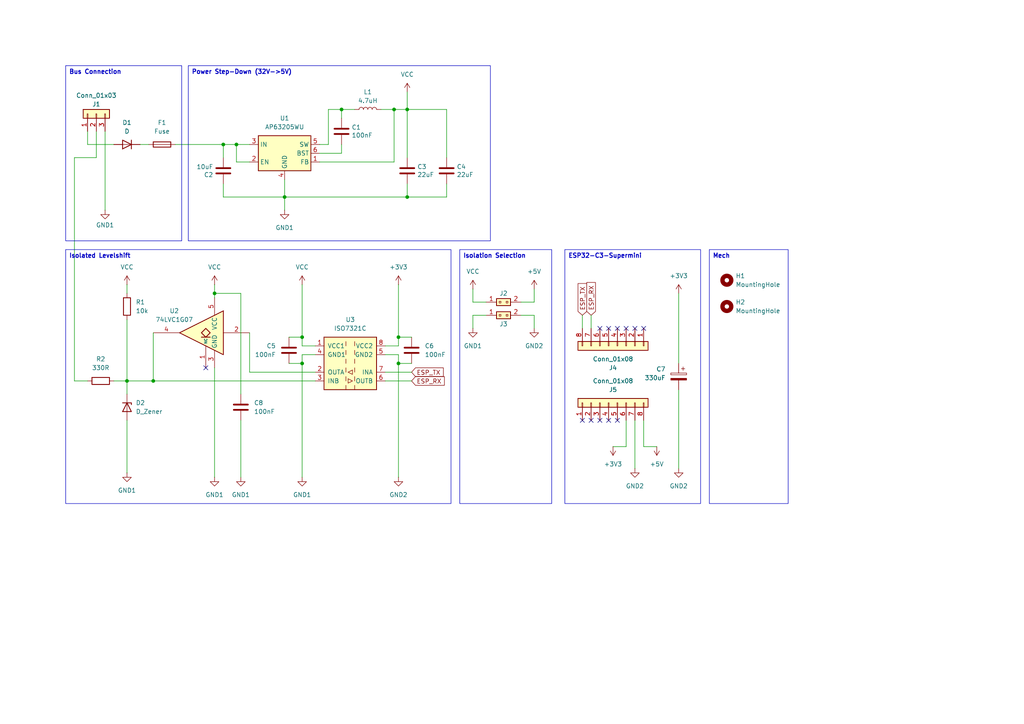
<source format=kicad_sch>
(kicad_sch
	(version 20250114)
	(generator "eeschema")
	(generator_version "9.0")
	(uuid "f42b9afb-6955-49e7-84a7-657400bf7aa3")
	(paper "A4")
	(lib_symbols
		(symbol "74xGxx:74LVC1G07"
			(exclude_from_sim no)
			(in_bom yes)
			(on_board yes)
			(property "Reference" "U"
				(at 0 7.62 0)
				(effects
					(font
						(size 1.27 1.27)
					)
				)
			)
			(property "Value" "74LVC1G07"
				(at 3.81 -7.62 0)
				(effects
					(font
						(size 1.27 1.27)
					)
				)
			)
			(property "Footprint" ""
				(at 0 0 0)
				(effects
					(font
						(size 1.27 1.27)
					)
					(hide yes)
				)
			)
			(property "Datasheet" "https://www.ti.com/lit/ds/symlink/sn74lvc1g07.pdf"
				(at 0 0 0)
				(effects
					(font
						(size 1.27 1.27)
					)
					(hide yes)
				)
			)
			(property "Description" "Single Buffer Gate, Open Drain, Low-Voltage CMOS"
				(at 0 0 0)
				(effects
					(font
						(size 1.27 1.27)
					)
					(hide yes)
				)
			)
			(property "ki_keywords" "Single Gate Buff LVC CMOS Open Drain"
				(at 0 0 0)
				(effects
					(font
						(size 1.27 1.27)
					)
					(hide yes)
				)
			)
			(property "ki_fp_filters" "SOT?23* Texas?R-PDSO-G5?DCK* Texas?R-PDSO-N5?DRL* Texas?X2SON*0.8x0.8mm*P0.48mm*"
				(at 0 0 0)
				(effects
					(font
						(size 1.27 1.27)
					)
					(hide yes)
				)
			)
			(symbol "74LVC1G07_0_1"
				(polyline
					(pts
						(xy -7.62 6.35) (xy -7.62 -6.35) (xy 5.08 0) (xy -7.62 6.35)
					)
					(stroke
						(width 0.254)
						(type default)
					)
					(fill
						(type background)
					)
				)
				(polyline
					(pts
						(xy -3.81 -1.27) (xy -1.27 -1.27)
					)
					(stroke
						(width 0.254)
						(type default)
					)
					(fill
						(type background)
					)
				)
				(polyline
					(pts
						(xy -2.54 1.27) (xy -3.81 0) (xy -2.54 -1.27) (xy -1.27 0) (xy -2.54 1.27)
					)
					(stroke
						(width 0.254)
						(type default)
					)
					(fill
						(type background)
					)
				)
			)
			(symbol "74LVC1G07_1_1"
				(pin input line
					(at -15.24 0 0)
					(length 7.62)
					(name "~"
						(effects
							(font
								(size 1.27 1.27)
							)
						)
					)
					(number "2"
						(effects
							(font
								(size 1.27 1.27)
							)
						)
					)
				)
				(pin power_in line
					(at -5.08 10.16 270)
					(length 5.08)
					(name "VCC"
						(effects
							(font
								(size 1.27 1.27)
							)
						)
					)
					(number "5"
						(effects
							(font
								(size 1.27 1.27)
							)
						)
					)
				)
				(pin power_in line
					(at -5.08 -10.16 90)
					(length 5.08)
					(name "GND"
						(effects
							(font
								(size 1.27 1.27)
							)
						)
					)
					(number "3"
						(effects
							(font
								(size 1.27 1.27)
							)
						)
					)
				)
				(pin free line
					(at -2.54 -10.16 90)
					(length 6.35)
					(name "NC"
						(effects
							(font
								(size 0.762 0.762)
							)
						)
					)
					(number "1"
						(effects
							(font
								(size 1.27 1.27)
							)
						)
					)
				)
				(pin open_collector line
					(at 12.7 0 180)
					(length 7.62)
					(name "~"
						(effects
							(font
								(size 1.27 1.27)
							)
						)
					)
					(number "4"
						(effects
							(font
								(size 1.27 1.27)
							)
						)
					)
				)
			)
			(embedded_fonts no)
		)
		(symbol "Connector_Generic:Conn_01x03"
			(pin_names
				(offset 1.016)
				(hide yes)
			)
			(exclude_from_sim no)
			(in_bom yes)
			(on_board yes)
			(property "Reference" "J"
				(at 0 5.08 0)
				(effects
					(font
						(size 1.27 1.27)
					)
				)
			)
			(property "Value" "Conn_01x03"
				(at 0 -5.08 0)
				(effects
					(font
						(size 1.27 1.27)
					)
				)
			)
			(property "Footprint" ""
				(at 0 0 0)
				(effects
					(font
						(size 1.27 1.27)
					)
					(hide yes)
				)
			)
			(property "Datasheet" "~"
				(at 0 0 0)
				(effects
					(font
						(size 1.27 1.27)
					)
					(hide yes)
				)
			)
			(property "Description" "Generic connector, single row, 01x03, script generated (kicad-library-utils/schlib/autogen/connector/)"
				(at 0 0 0)
				(effects
					(font
						(size 1.27 1.27)
					)
					(hide yes)
				)
			)
			(property "ki_keywords" "connector"
				(at 0 0 0)
				(effects
					(font
						(size 1.27 1.27)
					)
					(hide yes)
				)
			)
			(property "ki_fp_filters" "Connector*:*_1x??_*"
				(at 0 0 0)
				(effects
					(font
						(size 1.27 1.27)
					)
					(hide yes)
				)
			)
			(symbol "Conn_01x03_1_1"
				(rectangle
					(start -1.27 3.81)
					(end 1.27 -3.81)
					(stroke
						(width 0.254)
						(type default)
					)
					(fill
						(type background)
					)
				)
				(rectangle
					(start -1.27 2.667)
					(end 0 2.413)
					(stroke
						(width 0.1524)
						(type default)
					)
					(fill
						(type none)
					)
				)
				(rectangle
					(start -1.27 0.127)
					(end 0 -0.127)
					(stroke
						(width 0.1524)
						(type default)
					)
					(fill
						(type none)
					)
				)
				(rectangle
					(start -1.27 -2.413)
					(end 0 -2.667)
					(stroke
						(width 0.1524)
						(type default)
					)
					(fill
						(type none)
					)
				)
				(pin passive line
					(at -5.08 2.54 0)
					(length 3.81)
					(name "Pin_1"
						(effects
							(font
								(size 1.27 1.27)
							)
						)
					)
					(number "1"
						(effects
							(font
								(size 1.27 1.27)
							)
						)
					)
				)
				(pin passive line
					(at -5.08 0 0)
					(length 3.81)
					(name "Pin_2"
						(effects
							(font
								(size 1.27 1.27)
							)
						)
					)
					(number "2"
						(effects
							(font
								(size 1.27 1.27)
							)
						)
					)
				)
				(pin passive line
					(at -5.08 -2.54 0)
					(length 3.81)
					(name "Pin_3"
						(effects
							(font
								(size 1.27 1.27)
							)
						)
					)
					(number "3"
						(effects
							(font
								(size 1.27 1.27)
							)
						)
					)
				)
			)
			(embedded_fonts no)
		)
		(symbol "Connector_Generic:Conn_01x08"
			(pin_names
				(offset 1.016)
				(hide yes)
			)
			(exclude_from_sim no)
			(in_bom yes)
			(on_board yes)
			(property "Reference" "J"
				(at 0 10.16 0)
				(effects
					(font
						(size 1.27 1.27)
					)
				)
			)
			(property "Value" "Conn_01x08"
				(at 0 -12.7 0)
				(effects
					(font
						(size 1.27 1.27)
					)
				)
			)
			(property "Footprint" ""
				(at 0 0 0)
				(effects
					(font
						(size 1.27 1.27)
					)
					(hide yes)
				)
			)
			(property "Datasheet" "~"
				(at 0 0 0)
				(effects
					(font
						(size 1.27 1.27)
					)
					(hide yes)
				)
			)
			(property "Description" "Generic connector, single row, 01x08, script generated (kicad-library-utils/schlib/autogen/connector/)"
				(at 0 0 0)
				(effects
					(font
						(size 1.27 1.27)
					)
					(hide yes)
				)
			)
			(property "ki_keywords" "connector"
				(at 0 0 0)
				(effects
					(font
						(size 1.27 1.27)
					)
					(hide yes)
				)
			)
			(property "ki_fp_filters" "Connector*:*_1x??_*"
				(at 0 0 0)
				(effects
					(font
						(size 1.27 1.27)
					)
					(hide yes)
				)
			)
			(symbol "Conn_01x08_1_1"
				(rectangle
					(start -1.27 8.89)
					(end 1.27 -11.43)
					(stroke
						(width 0.254)
						(type default)
					)
					(fill
						(type background)
					)
				)
				(rectangle
					(start -1.27 7.747)
					(end 0 7.493)
					(stroke
						(width 0.1524)
						(type default)
					)
					(fill
						(type none)
					)
				)
				(rectangle
					(start -1.27 5.207)
					(end 0 4.953)
					(stroke
						(width 0.1524)
						(type default)
					)
					(fill
						(type none)
					)
				)
				(rectangle
					(start -1.27 2.667)
					(end 0 2.413)
					(stroke
						(width 0.1524)
						(type default)
					)
					(fill
						(type none)
					)
				)
				(rectangle
					(start -1.27 0.127)
					(end 0 -0.127)
					(stroke
						(width 0.1524)
						(type default)
					)
					(fill
						(type none)
					)
				)
				(rectangle
					(start -1.27 -2.413)
					(end 0 -2.667)
					(stroke
						(width 0.1524)
						(type default)
					)
					(fill
						(type none)
					)
				)
				(rectangle
					(start -1.27 -4.953)
					(end 0 -5.207)
					(stroke
						(width 0.1524)
						(type default)
					)
					(fill
						(type none)
					)
				)
				(rectangle
					(start -1.27 -7.493)
					(end 0 -7.747)
					(stroke
						(width 0.1524)
						(type default)
					)
					(fill
						(type none)
					)
				)
				(rectangle
					(start -1.27 -10.033)
					(end 0 -10.287)
					(stroke
						(width 0.1524)
						(type default)
					)
					(fill
						(type none)
					)
				)
				(pin passive line
					(at -5.08 7.62 0)
					(length 3.81)
					(name "Pin_1"
						(effects
							(font
								(size 1.27 1.27)
							)
						)
					)
					(number "1"
						(effects
							(font
								(size 1.27 1.27)
							)
						)
					)
				)
				(pin passive line
					(at -5.08 5.08 0)
					(length 3.81)
					(name "Pin_2"
						(effects
							(font
								(size 1.27 1.27)
							)
						)
					)
					(number "2"
						(effects
							(font
								(size 1.27 1.27)
							)
						)
					)
				)
				(pin passive line
					(at -5.08 2.54 0)
					(length 3.81)
					(name "Pin_3"
						(effects
							(font
								(size 1.27 1.27)
							)
						)
					)
					(number "3"
						(effects
							(font
								(size 1.27 1.27)
							)
						)
					)
				)
				(pin passive line
					(at -5.08 0 0)
					(length 3.81)
					(name "Pin_4"
						(effects
							(font
								(size 1.27 1.27)
							)
						)
					)
					(number "4"
						(effects
							(font
								(size 1.27 1.27)
							)
						)
					)
				)
				(pin passive line
					(at -5.08 -2.54 0)
					(length 3.81)
					(name "Pin_5"
						(effects
							(font
								(size 1.27 1.27)
							)
						)
					)
					(number "5"
						(effects
							(font
								(size 1.27 1.27)
							)
						)
					)
				)
				(pin passive line
					(at -5.08 -5.08 0)
					(length 3.81)
					(name "Pin_6"
						(effects
							(font
								(size 1.27 1.27)
							)
						)
					)
					(number "6"
						(effects
							(font
								(size 1.27 1.27)
							)
						)
					)
				)
				(pin passive line
					(at -5.08 -7.62 0)
					(length 3.81)
					(name "Pin_7"
						(effects
							(font
								(size 1.27 1.27)
							)
						)
					)
					(number "7"
						(effects
							(font
								(size 1.27 1.27)
							)
						)
					)
				)
				(pin passive line
					(at -5.08 -10.16 0)
					(length 3.81)
					(name "Pin_8"
						(effects
							(font
								(size 1.27 1.27)
							)
						)
					)
					(number "8"
						(effects
							(font
								(size 1.27 1.27)
							)
						)
					)
				)
			)
			(embedded_fonts no)
		)
		(symbol "Device:C"
			(pin_numbers
				(hide yes)
			)
			(pin_names
				(offset 0.254)
			)
			(exclude_from_sim no)
			(in_bom yes)
			(on_board yes)
			(property "Reference" "C"
				(at 0.635 2.54 0)
				(effects
					(font
						(size 1.27 1.27)
					)
					(justify left)
				)
			)
			(property "Value" "C"
				(at 0.635 -2.54 0)
				(effects
					(font
						(size 1.27 1.27)
					)
					(justify left)
				)
			)
			(property "Footprint" ""
				(at 0.9652 -3.81 0)
				(effects
					(font
						(size 1.27 1.27)
					)
					(hide yes)
				)
			)
			(property "Datasheet" "~"
				(at 0 0 0)
				(effects
					(font
						(size 1.27 1.27)
					)
					(hide yes)
				)
			)
			(property "Description" "Unpolarized capacitor"
				(at 0 0 0)
				(effects
					(font
						(size 1.27 1.27)
					)
					(hide yes)
				)
			)
			(property "ki_keywords" "cap capacitor"
				(at 0 0 0)
				(effects
					(font
						(size 1.27 1.27)
					)
					(hide yes)
				)
			)
			(property "ki_fp_filters" "C_*"
				(at 0 0 0)
				(effects
					(font
						(size 1.27 1.27)
					)
					(hide yes)
				)
			)
			(symbol "C_0_1"
				(polyline
					(pts
						(xy -2.032 0.762) (xy 2.032 0.762)
					)
					(stroke
						(width 0.508)
						(type default)
					)
					(fill
						(type none)
					)
				)
				(polyline
					(pts
						(xy -2.032 -0.762) (xy 2.032 -0.762)
					)
					(stroke
						(width 0.508)
						(type default)
					)
					(fill
						(type none)
					)
				)
			)
			(symbol "C_1_1"
				(pin passive line
					(at 0 3.81 270)
					(length 2.794)
					(name "~"
						(effects
							(font
								(size 1.27 1.27)
							)
						)
					)
					(number "1"
						(effects
							(font
								(size 1.27 1.27)
							)
						)
					)
				)
				(pin passive line
					(at 0 -3.81 90)
					(length 2.794)
					(name "~"
						(effects
							(font
								(size 1.27 1.27)
							)
						)
					)
					(number "2"
						(effects
							(font
								(size 1.27 1.27)
							)
						)
					)
				)
			)
			(embedded_fonts no)
		)
		(symbol "Device:C_Polarized"
			(pin_numbers
				(hide yes)
			)
			(pin_names
				(offset 0.254)
			)
			(exclude_from_sim no)
			(in_bom yes)
			(on_board yes)
			(property "Reference" "C"
				(at 0.635 2.54 0)
				(effects
					(font
						(size 1.27 1.27)
					)
					(justify left)
				)
			)
			(property "Value" "C_Polarized"
				(at 0.635 -2.54 0)
				(effects
					(font
						(size 1.27 1.27)
					)
					(justify left)
				)
			)
			(property "Footprint" ""
				(at 0.9652 -3.81 0)
				(effects
					(font
						(size 1.27 1.27)
					)
					(hide yes)
				)
			)
			(property "Datasheet" "~"
				(at 0 0 0)
				(effects
					(font
						(size 1.27 1.27)
					)
					(hide yes)
				)
			)
			(property "Description" "Polarized capacitor"
				(at 0 0 0)
				(effects
					(font
						(size 1.27 1.27)
					)
					(hide yes)
				)
			)
			(property "ki_keywords" "cap capacitor"
				(at 0 0 0)
				(effects
					(font
						(size 1.27 1.27)
					)
					(hide yes)
				)
			)
			(property "ki_fp_filters" "CP_*"
				(at 0 0 0)
				(effects
					(font
						(size 1.27 1.27)
					)
					(hide yes)
				)
			)
			(symbol "C_Polarized_0_1"
				(rectangle
					(start -2.286 0.508)
					(end 2.286 1.016)
					(stroke
						(width 0)
						(type default)
					)
					(fill
						(type none)
					)
				)
				(polyline
					(pts
						(xy -1.778 2.286) (xy -0.762 2.286)
					)
					(stroke
						(width 0)
						(type default)
					)
					(fill
						(type none)
					)
				)
				(polyline
					(pts
						(xy -1.27 2.794) (xy -1.27 1.778)
					)
					(stroke
						(width 0)
						(type default)
					)
					(fill
						(type none)
					)
				)
				(rectangle
					(start 2.286 -0.508)
					(end -2.286 -1.016)
					(stroke
						(width 0)
						(type default)
					)
					(fill
						(type outline)
					)
				)
			)
			(symbol "C_Polarized_1_1"
				(pin passive line
					(at 0 3.81 270)
					(length 2.794)
					(name "~"
						(effects
							(font
								(size 1.27 1.27)
							)
						)
					)
					(number "1"
						(effects
							(font
								(size 1.27 1.27)
							)
						)
					)
				)
				(pin passive line
					(at 0 -3.81 90)
					(length 2.794)
					(name "~"
						(effects
							(font
								(size 1.27 1.27)
							)
						)
					)
					(number "2"
						(effects
							(font
								(size 1.27 1.27)
							)
						)
					)
				)
			)
			(embedded_fonts no)
		)
		(symbol "Device:D"
			(pin_numbers
				(hide yes)
			)
			(pin_names
				(offset 1.016)
				(hide yes)
			)
			(exclude_from_sim no)
			(in_bom yes)
			(on_board yes)
			(property "Reference" "D"
				(at 0 2.54 0)
				(effects
					(font
						(size 1.27 1.27)
					)
				)
			)
			(property "Value" "D"
				(at 0 -2.54 0)
				(effects
					(font
						(size 1.27 1.27)
					)
				)
			)
			(property "Footprint" ""
				(at 0 0 0)
				(effects
					(font
						(size 1.27 1.27)
					)
					(hide yes)
				)
			)
			(property "Datasheet" "~"
				(at 0 0 0)
				(effects
					(font
						(size 1.27 1.27)
					)
					(hide yes)
				)
			)
			(property "Description" "Diode"
				(at 0 0 0)
				(effects
					(font
						(size 1.27 1.27)
					)
					(hide yes)
				)
			)
			(property "Sim.Device" "D"
				(at 0 0 0)
				(effects
					(font
						(size 1.27 1.27)
					)
					(hide yes)
				)
			)
			(property "Sim.Pins" "1=K 2=A"
				(at 0 0 0)
				(effects
					(font
						(size 1.27 1.27)
					)
					(hide yes)
				)
			)
			(property "ki_keywords" "diode"
				(at 0 0 0)
				(effects
					(font
						(size 1.27 1.27)
					)
					(hide yes)
				)
			)
			(property "ki_fp_filters" "TO-???* *_Diode_* *SingleDiode* D_*"
				(at 0 0 0)
				(effects
					(font
						(size 1.27 1.27)
					)
					(hide yes)
				)
			)
			(symbol "D_0_1"
				(polyline
					(pts
						(xy -1.27 1.27) (xy -1.27 -1.27)
					)
					(stroke
						(width 0.254)
						(type default)
					)
					(fill
						(type none)
					)
				)
				(polyline
					(pts
						(xy 1.27 1.27) (xy 1.27 -1.27) (xy -1.27 0) (xy 1.27 1.27)
					)
					(stroke
						(width 0.254)
						(type default)
					)
					(fill
						(type none)
					)
				)
				(polyline
					(pts
						(xy 1.27 0) (xy -1.27 0)
					)
					(stroke
						(width 0)
						(type default)
					)
					(fill
						(type none)
					)
				)
			)
			(symbol "D_1_1"
				(pin passive line
					(at -3.81 0 0)
					(length 2.54)
					(name "K"
						(effects
							(font
								(size 1.27 1.27)
							)
						)
					)
					(number "1"
						(effects
							(font
								(size 1.27 1.27)
							)
						)
					)
				)
				(pin passive line
					(at 3.81 0 180)
					(length 2.54)
					(name "A"
						(effects
							(font
								(size 1.27 1.27)
							)
						)
					)
					(number "2"
						(effects
							(font
								(size 1.27 1.27)
							)
						)
					)
				)
			)
			(embedded_fonts no)
		)
		(symbol "Device:D_Zener"
			(pin_numbers
				(hide yes)
			)
			(pin_names
				(offset 1.016)
				(hide yes)
			)
			(exclude_from_sim no)
			(in_bom yes)
			(on_board yes)
			(property "Reference" "D"
				(at 0 2.54 0)
				(effects
					(font
						(size 1.27 1.27)
					)
				)
			)
			(property "Value" "D_Zener"
				(at 0 -2.54 0)
				(effects
					(font
						(size 1.27 1.27)
					)
				)
			)
			(property "Footprint" ""
				(at 0 0 0)
				(effects
					(font
						(size 1.27 1.27)
					)
					(hide yes)
				)
			)
			(property "Datasheet" "~"
				(at 0 0 0)
				(effects
					(font
						(size 1.27 1.27)
					)
					(hide yes)
				)
			)
			(property "Description" "Zener diode"
				(at 0 0 0)
				(effects
					(font
						(size 1.27 1.27)
					)
					(hide yes)
				)
			)
			(property "ki_keywords" "diode"
				(at 0 0 0)
				(effects
					(font
						(size 1.27 1.27)
					)
					(hide yes)
				)
			)
			(property "ki_fp_filters" "TO-???* *_Diode_* *SingleDiode* D_*"
				(at 0 0 0)
				(effects
					(font
						(size 1.27 1.27)
					)
					(hide yes)
				)
			)
			(symbol "D_Zener_0_1"
				(polyline
					(pts
						(xy -1.27 -1.27) (xy -1.27 1.27) (xy -0.762 1.27)
					)
					(stroke
						(width 0.254)
						(type default)
					)
					(fill
						(type none)
					)
				)
				(polyline
					(pts
						(xy 1.27 0) (xy -1.27 0)
					)
					(stroke
						(width 0)
						(type default)
					)
					(fill
						(type none)
					)
				)
				(polyline
					(pts
						(xy 1.27 -1.27) (xy 1.27 1.27) (xy -1.27 0) (xy 1.27 -1.27)
					)
					(stroke
						(width 0.254)
						(type default)
					)
					(fill
						(type none)
					)
				)
			)
			(symbol "D_Zener_1_1"
				(pin passive line
					(at -3.81 0 0)
					(length 2.54)
					(name "K"
						(effects
							(font
								(size 1.27 1.27)
							)
						)
					)
					(number "1"
						(effects
							(font
								(size 1.27 1.27)
							)
						)
					)
				)
				(pin passive line
					(at 3.81 0 180)
					(length 2.54)
					(name "A"
						(effects
							(font
								(size 1.27 1.27)
							)
						)
					)
					(number "2"
						(effects
							(font
								(size 1.27 1.27)
							)
						)
					)
				)
			)
			(embedded_fonts no)
		)
		(symbol "Device:Fuse"
			(pin_numbers
				(hide yes)
			)
			(pin_names
				(offset 0)
			)
			(exclude_from_sim no)
			(in_bom yes)
			(on_board yes)
			(property "Reference" "F"
				(at 2.032 0 90)
				(effects
					(font
						(size 1.27 1.27)
					)
				)
			)
			(property "Value" "Fuse"
				(at -1.905 0 90)
				(effects
					(font
						(size 1.27 1.27)
					)
				)
			)
			(property "Footprint" ""
				(at -1.778 0 90)
				(effects
					(font
						(size 1.27 1.27)
					)
					(hide yes)
				)
			)
			(property "Datasheet" "~"
				(at 0 0 0)
				(effects
					(font
						(size 1.27 1.27)
					)
					(hide yes)
				)
			)
			(property "Description" "Fuse"
				(at 0 0 0)
				(effects
					(font
						(size 1.27 1.27)
					)
					(hide yes)
				)
			)
			(property "ki_keywords" "fuse"
				(at 0 0 0)
				(effects
					(font
						(size 1.27 1.27)
					)
					(hide yes)
				)
			)
			(property "ki_fp_filters" "*Fuse*"
				(at 0 0 0)
				(effects
					(font
						(size 1.27 1.27)
					)
					(hide yes)
				)
			)
			(symbol "Fuse_0_1"
				(rectangle
					(start -0.762 -2.54)
					(end 0.762 2.54)
					(stroke
						(width 0.254)
						(type default)
					)
					(fill
						(type none)
					)
				)
				(polyline
					(pts
						(xy 0 2.54) (xy 0 -2.54)
					)
					(stroke
						(width 0)
						(type default)
					)
					(fill
						(type none)
					)
				)
			)
			(symbol "Fuse_1_1"
				(pin passive line
					(at 0 3.81 270)
					(length 1.27)
					(name "~"
						(effects
							(font
								(size 1.27 1.27)
							)
						)
					)
					(number "1"
						(effects
							(font
								(size 1.27 1.27)
							)
						)
					)
				)
				(pin passive line
					(at 0 -3.81 90)
					(length 1.27)
					(name "~"
						(effects
							(font
								(size 1.27 1.27)
							)
						)
					)
					(number "2"
						(effects
							(font
								(size 1.27 1.27)
							)
						)
					)
				)
			)
			(embedded_fonts no)
		)
		(symbol "Device:L"
			(pin_numbers
				(hide yes)
			)
			(pin_names
				(offset 1.016)
				(hide yes)
			)
			(exclude_from_sim no)
			(in_bom yes)
			(on_board yes)
			(property "Reference" "L"
				(at -1.27 0 90)
				(effects
					(font
						(size 1.27 1.27)
					)
				)
			)
			(property "Value" "L"
				(at 1.905 0 90)
				(effects
					(font
						(size 1.27 1.27)
					)
				)
			)
			(property "Footprint" ""
				(at 0 0 0)
				(effects
					(font
						(size 1.27 1.27)
					)
					(hide yes)
				)
			)
			(property "Datasheet" "~"
				(at 0 0 0)
				(effects
					(font
						(size 1.27 1.27)
					)
					(hide yes)
				)
			)
			(property "Description" "Inductor"
				(at 0 0 0)
				(effects
					(font
						(size 1.27 1.27)
					)
					(hide yes)
				)
			)
			(property "ki_keywords" "inductor choke coil reactor magnetic"
				(at 0 0 0)
				(effects
					(font
						(size 1.27 1.27)
					)
					(hide yes)
				)
			)
			(property "ki_fp_filters" "Choke_* *Coil* Inductor_* L_*"
				(at 0 0 0)
				(effects
					(font
						(size 1.27 1.27)
					)
					(hide yes)
				)
			)
			(symbol "L_0_1"
				(arc
					(start 0 2.54)
					(mid 0.6323 1.905)
					(end 0 1.27)
					(stroke
						(width 0)
						(type default)
					)
					(fill
						(type none)
					)
				)
				(arc
					(start 0 1.27)
					(mid 0.6323 0.635)
					(end 0 0)
					(stroke
						(width 0)
						(type default)
					)
					(fill
						(type none)
					)
				)
				(arc
					(start 0 0)
					(mid 0.6323 -0.635)
					(end 0 -1.27)
					(stroke
						(width 0)
						(type default)
					)
					(fill
						(type none)
					)
				)
				(arc
					(start 0 -1.27)
					(mid 0.6323 -1.905)
					(end 0 -2.54)
					(stroke
						(width 0)
						(type default)
					)
					(fill
						(type none)
					)
				)
			)
			(symbol "L_1_1"
				(pin passive line
					(at 0 3.81 270)
					(length 1.27)
					(name "1"
						(effects
							(font
								(size 1.27 1.27)
							)
						)
					)
					(number "1"
						(effects
							(font
								(size 1.27 1.27)
							)
						)
					)
				)
				(pin passive line
					(at 0 -3.81 90)
					(length 1.27)
					(name "2"
						(effects
							(font
								(size 1.27 1.27)
							)
						)
					)
					(number "2"
						(effects
							(font
								(size 1.27 1.27)
							)
						)
					)
				)
			)
			(embedded_fonts no)
		)
		(symbol "Device:R"
			(pin_numbers
				(hide yes)
			)
			(pin_names
				(offset 0)
			)
			(exclude_from_sim no)
			(in_bom yes)
			(on_board yes)
			(property "Reference" "R"
				(at 2.032 0 90)
				(effects
					(font
						(size 1.27 1.27)
					)
				)
			)
			(property "Value" "R"
				(at 0 0 90)
				(effects
					(font
						(size 1.27 1.27)
					)
				)
			)
			(property "Footprint" ""
				(at -1.778 0 90)
				(effects
					(font
						(size 1.27 1.27)
					)
					(hide yes)
				)
			)
			(property "Datasheet" "~"
				(at 0 0 0)
				(effects
					(font
						(size 1.27 1.27)
					)
					(hide yes)
				)
			)
			(property "Description" "Resistor"
				(at 0 0 0)
				(effects
					(font
						(size 1.27 1.27)
					)
					(hide yes)
				)
			)
			(property "ki_keywords" "R res resistor"
				(at 0 0 0)
				(effects
					(font
						(size 1.27 1.27)
					)
					(hide yes)
				)
			)
			(property "ki_fp_filters" "R_*"
				(at 0 0 0)
				(effects
					(font
						(size 1.27 1.27)
					)
					(hide yes)
				)
			)
			(symbol "R_0_1"
				(rectangle
					(start -1.016 -2.54)
					(end 1.016 2.54)
					(stroke
						(width 0.254)
						(type default)
					)
					(fill
						(type none)
					)
				)
			)
			(symbol "R_1_1"
				(pin passive line
					(at 0 3.81 270)
					(length 1.27)
					(name "~"
						(effects
							(font
								(size 1.27 1.27)
							)
						)
					)
					(number "1"
						(effects
							(font
								(size 1.27 1.27)
							)
						)
					)
				)
				(pin passive line
					(at 0 -3.81 90)
					(length 1.27)
					(name "~"
						(effects
							(font
								(size 1.27 1.27)
							)
						)
					)
					(number "2"
						(effects
							(font
								(size 1.27 1.27)
							)
						)
					)
				)
			)
			(embedded_fonts no)
		)
		(symbol "Isolator:ISO7321C"
			(pin_names
				(offset 1.016)
			)
			(exclude_from_sim no)
			(in_bom yes)
			(on_board yes)
			(property "Reference" "U"
				(at 0 10.795 0)
				(effects
					(font
						(size 1.27 1.27)
					)
				)
			)
			(property "Value" "ISO7321C"
				(at 0 8.89 0)
				(effects
					(font
						(size 1.27 1.27)
					)
				)
			)
			(property "Footprint" "Package_SO:SOIC-8_3.9x4.9mm_P1.27mm"
				(at 0 -8.89 0)
				(effects
					(font
						(size 1.27 1.27)
						(italic yes)
					)
					(hide yes)
				)
			)
			(property "Datasheet" "http://www.ti.com/general/docs/lit/getliterature.tsp?genericPartNumber=iso7321c&fileType=pdf"
				(at 0 0 0)
				(effects
					(font
						(size 1.27 1.27)
					)
					(hide yes)
				)
			)
			(property "Description" "Low Power Dual-Channel 1/1 Digital Isolator, 25Mbps 33ns, Fail-Safe High, SO8"
				(at 0 0 0)
				(effects
					(font
						(size 1.27 1.27)
					)
					(hide yes)
				)
			)
			(property "ki_keywords" "2Ch Dual Digital Isolator 25Mbps"
				(at 0 0 0)
				(effects
					(font
						(size 1.27 1.27)
					)
					(hide yes)
				)
			)
			(property "ki_fp_filters" "SO*"
				(at 0 0 0)
				(effects
					(font
						(size 1.27 1.27)
					)
					(hide yes)
				)
			)
			(symbol "ISO7321C_0_1"
				(rectangle
					(start -7.62 7.62)
					(end 7.62 -7.62)
					(stroke
						(width 0.254)
						(type default)
					)
					(fill
						(type background)
					)
				)
				(polyline
					(pts
						(xy -1.27 6.35) (xy -1.27 5.08)
					)
					(stroke
						(width 0)
						(type default)
					)
					(fill
						(type none)
					)
				)
				(polyline
					(pts
						(xy -1.27 3.81) (xy -1.27 2.54)
					)
					(stroke
						(width 0)
						(type default)
					)
					(fill
						(type none)
					)
				)
				(polyline
					(pts
						(xy -1.27 1.27) (xy -1.27 0)
					)
					(stroke
						(width 0)
						(type default)
					)
					(fill
						(type none)
					)
				)
				(polyline
					(pts
						(xy -1.27 -1.27) (xy -1.27 -2.54)
					)
					(stroke
						(width 0)
						(type default)
					)
					(fill
						(type none)
					)
				)
				(polyline
					(pts
						(xy -1.27 -3.81) (xy -1.27 -5.08)
					)
					(stroke
						(width 0)
						(type default)
					)
					(fill
						(type none)
					)
				)
				(polyline
					(pts
						(xy -1.27 -6.35) (xy -1.27 -7.62)
					)
					(stroke
						(width 0)
						(type default)
					)
					(fill
						(type none)
					)
				)
				(polyline
					(pts
						(xy -0.635 -2.54) (xy 0.635 -1.905) (xy 0.635 -3.175) (xy -0.635 -2.54)
					)
					(stroke
						(width 0)
						(type default)
					)
					(fill
						(type none)
					)
				)
				(polyline
					(pts
						(xy -0.635 -4.445) (xy -0.635 -5.715) (xy 0.635 -5.08) (xy -0.635 -4.445)
					)
					(stroke
						(width 0)
						(type default)
					)
					(fill
						(type none)
					)
				)
				(polyline
					(pts
						(xy 1.27 6.35) (xy 1.27 5.08)
					)
					(stroke
						(width 0)
						(type default)
					)
					(fill
						(type none)
					)
				)
				(polyline
					(pts
						(xy 1.27 3.81) (xy 1.27 2.54)
					)
					(stroke
						(width 0)
						(type default)
					)
					(fill
						(type none)
					)
				)
				(polyline
					(pts
						(xy 1.27 1.27) (xy 1.27 0)
					)
					(stroke
						(width 0)
						(type default)
					)
					(fill
						(type none)
					)
				)
				(polyline
					(pts
						(xy 1.27 -1.27) (xy 1.27 -2.54)
					)
					(stroke
						(width 0)
						(type default)
					)
					(fill
						(type none)
					)
				)
				(polyline
					(pts
						(xy 1.27 -3.81) (xy 1.27 -5.08)
					)
					(stroke
						(width 0)
						(type default)
					)
					(fill
						(type none)
					)
				)
				(polyline
					(pts
						(xy 1.27 -6.35) (xy 1.27 -7.62)
					)
					(stroke
						(width 0)
						(type default)
					)
					(fill
						(type none)
					)
				)
			)
			(symbol "ISO7321C_1_1"
				(pin power_in line
					(at -10.16 5.08 0)
					(length 2.54)
					(name "VCC1"
						(effects
							(font
								(size 1.27 1.27)
							)
						)
					)
					(number "1"
						(effects
							(font
								(size 1.27 1.27)
							)
						)
					)
				)
				(pin power_in line
					(at -10.16 2.54 0)
					(length 2.54)
					(name "GND1"
						(effects
							(font
								(size 1.27 1.27)
							)
						)
					)
					(number "4"
						(effects
							(font
								(size 1.27 1.27)
							)
						)
					)
				)
				(pin output line
					(at -10.16 -2.54 0)
					(length 2.54)
					(name "OUTA"
						(effects
							(font
								(size 1.27 1.27)
							)
						)
					)
					(number "2"
						(effects
							(font
								(size 1.27 1.27)
							)
						)
					)
				)
				(pin input line
					(at -10.16 -5.08 0)
					(length 2.54)
					(name "INB"
						(effects
							(font
								(size 1.27 1.27)
							)
						)
					)
					(number "3"
						(effects
							(font
								(size 1.27 1.27)
							)
						)
					)
				)
				(pin power_in line
					(at 10.16 5.08 180)
					(length 2.54)
					(name "VCC2"
						(effects
							(font
								(size 1.27 1.27)
							)
						)
					)
					(number "8"
						(effects
							(font
								(size 1.27 1.27)
							)
						)
					)
				)
				(pin power_in line
					(at 10.16 2.54 180)
					(length 2.54)
					(name "GND2"
						(effects
							(font
								(size 1.27 1.27)
							)
						)
					)
					(number "5"
						(effects
							(font
								(size 1.27 1.27)
							)
						)
					)
				)
				(pin input line
					(at 10.16 -2.54 180)
					(length 2.54)
					(name "INA"
						(effects
							(font
								(size 1.27 1.27)
							)
						)
					)
					(number "7"
						(effects
							(font
								(size 1.27 1.27)
							)
						)
					)
				)
				(pin output line
					(at 10.16 -5.08 180)
					(length 2.54)
					(name "OUTB"
						(effects
							(font
								(size 1.27 1.27)
							)
						)
					)
					(number "6"
						(effects
							(font
								(size 1.27 1.27)
							)
						)
					)
				)
			)
			(embedded_fonts no)
		)
		(symbol "Mechanical:MountingHole"
			(pin_names
				(offset 1.016)
			)
			(exclude_from_sim no)
			(in_bom no)
			(on_board yes)
			(property "Reference" "H"
				(at 0 5.08 0)
				(effects
					(font
						(size 1.27 1.27)
					)
				)
			)
			(property "Value" "MountingHole"
				(at 0 3.175 0)
				(effects
					(font
						(size 1.27 1.27)
					)
				)
			)
			(property "Footprint" ""
				(at 0 0 0)
				(effects
					(font
						(size 1.27 1.27)
					)
					(hide yes)
				)
			)
			(property "Datasheet" "~"
				(at 0 0 0)
				(effects
					(font
						(size 1.27 1.27)
					)
					(hide yes)
				)
			)
			(property "Description" "Mounting Hole without connection"
				(at 0 0 0)
				(effects
					(font
						(size 1.27 1.27)
					)
					(hide yes)
				)
			)
			(property "ki_keywords" "mounting hole"
				(at 0 0 0)
				(effects
					(font
						(size 1.27 1.27)
					)
					(hide yes)
				)
			)
			(property "ki_fp_filters" "MountingHole*"
				(at 0 0 0)
				(effects
					(font
						(size 1.27 1.27)
					)
					(hide yes)
				)
			)
			(symbol "MountingHole_0_1"
				(circle
					(center 0 0)
					(radius 1.27)
					(stroke
						(width 1.27)
						(type default)
					)
					(fill
						(type none)
					)
				)
			)
			(embedded_fonts no)
		)
		(symbol "Regulator_Switching:AP63205WU"
			(exclude_from_sim no)
			(in_bom yes)
			(on_board yes)
			(property "Reference" "U"
				(at -7.62 6.35 0)
				(effects
					(font
						(size 1.27 1.27)
					)
				)
			)
			(property "Value" "AP63205WU"
				(at 2.54 6.35 0)
				(effects
					(font
						(size 1.27 1.27)
					)
				)
			)
			(property "Footprint" "Package_TO_SOT_SMD:TSOT-23-6"
				(at 0 -22.86 0)
				(effects
					(font
						(size 1.27 1.27)
					)
					(hide yes)
				)
			)
			(property "Datasheet" "https://www.diodes.com/assets/Datasheets/AP63200-AP63201-AP63203-AP63205.pdf"
				(at 0 0 0)
				(effects
					(font
						(size 1.27 1.27)
					)
					(hide yes)
				)
			)
			(property "Description" "2A, 1.1MHz Buck DC/DC Converter, fixed 5.0V output voltage, TSOT-23-6"
				(at 0 0 0)
				(effects
					(font
						(size 1.27 1.27)
					)
					(hide yes)
				)
			)
			(property "ki_keywords" "2A Buck DC/DC"
				(at 0 0 0)
				(effects
					(font
						(size 1.27 1.27)
					)
					(hide yes)
				)
			)
			(property "ki_fp_filters" "TSOT?23*"
				(at 0 0 0)
				(effects
					(font
						(size 1.27 1.27)
					)
					(hide yes)
				)
			)
			(symbol "AP63205WU_0_1"
				(rectangle
					(start -7.62 5.08)
					(end 7.62 -5.08)
					(stroke
						(width 0.254)
						(type default)
					)
					(fill
						(type background)
					)
				)
			)
			(symbol "AP63205WU_1_1"
				(pin power_in line
					(at -10.16 2.54 0)
					(length 2.54)
					(name "IN"
						(effects
							(font
								(size 1.27 1.27)
							)
						)
					)
					(number "3"
						(effects
							(font
								(size 1.27 1.27)
							)
						)
					)
				)
				(pin input line
					(at -10.16 -2.54 0)
					(length 2.54)
					(name "EN"
						(effects
							(font
								(size 1.27 1.27)
							)
						)
					)
					(number "2"
						(effects
							(font
								(size 1.27 1.27)
							)
						)
					)
				)
				(pin power_in line
					(at 0 -7.62 90)
					(length 2.54)
					(name "GND"
						(effects
							(font
								(size 1.27 1.27)
							)
						)
					)
					(number "4"
						(effects
							(font
								(size 1.27 1.27)
							)
						)
					)
				)
				(pin output line
					(at 10.16 2.54 180)
					(length 2.54)
					(name "SW"
						(effects
							(font
								(size 1.27 1.27)
							)
						)
					)
					(number "5"
						(effects
							(font
								(size 1.27 1.27)
							)
						)
					)
				)
				(pin passive line
					(at 10.16 0 180)
					(length 2.54)
					(name "BST"
						(effects
							(font
								(size 1.27 1.27)
							)
						)
					)
					(number "6"
						(effects
							(font
								(size 1.27 1.27)
							)
						)
					)
				)
				(pin input line
					(at 10.16 -2.54 180)
					(length 2.54)
					(name "FB"
						(effects
							(font
								(size 1.27 1.27)
							)
						)
					)
					(number "1"
						(effects
							(font
								(size 1.27 1.27)
							)
						)
					)
				)
			)
			(embedded_fonts no)
		)
		(symbol "kiu:1x02_Jumper"
			(exclude_from_sim no)
			(in_bom yes)
			(on_board yes)
			(property "Reference" "J"
				(at 0 2.54 0)
				(effects
					(font
						(size 1.27 1.27)
					)
				)
			)
			(property "Value" "1x02_Jumper"
				(at 0 -2.54 0)
				(effects
					(font
						(size 1.27 1.27)
					)
					(hide yes)
				)
			)
			(property "Footprint" ""
				(at 0 0 0)
				(effects
					(font
						(size 1.27 1.27)
					)
					(hide yes)
				)
			)
			(property "Datasheet" ""
				(at 0 0 0)
				(effects
					(font
						(size 1.27 1.27)
					)
					(hide yes)
				)
			)
			(property "Description" ""
				(at 0 0 0)
				(effects
					(font
						(size 1.27 1.27)
					)
					(hide yes)
				)
			)
			(symbol "1x02_Jumper_0_1"
				(rectangle
					(start -1.27 0.254)
					(end -0.762 -0.254)
					(stroke
						(width 0.1524)
						(type default)
					)
					(fill
						(type none)
					)
				)
				(rectangle
					(start 0.762 0.254)
					(end 1.27 -0.254)
					(stroke
						(width 0.1524)
						(type default)
					)
					(fill
						(type none)
					)
				)
			)
			(symbol "1x02_Jumper_1_1"
				(rectangle
					(start -2.032 1.016)
					(end 2.032 -1.016)
					(stroke
						(width 0.254)
						(type default)
					)
					(fill
						(type background)
					)
				)
				(pin passive line
					(at -5.08 0 0)
					(length 3.04)
					(name ""
						(effects
							(font
								(size 1.27 1.27)
							)
						)
					)
					(number "1"
						(effects
							(font
								(size 1.27 1.27)
							)
						)
					)
				)
				(pin passive line
					(at 5.08 0 180)
					(length 3.04)
					(name ""
						(effects
							(font
								(size 1.27 1.27)
							)
						)
					)
					(number "2"
						(effects
							(font
								(size 1.27 1.27)
							)
						)
					)
				)
			)
			(embedded_fonts no)
		)
		(symbol "power:+3V3"
			(power)
			(pin_numbers
				(hide yes)
			)
			(pin_names
				(offset 0)
				(hide yes)
			)
			(exclude_from_sim no)
			(in_bom yes)
			(on_board yes)
			(property "Reference" "#PWR"
				(at 0 -3.81 0)
				(effects
					(font
						(size 1.27 1.27)
					)
					(hide yes)
				)
			)
			(property "Value" "+3V3"
				(at 0 3.556 0)
				(effects
					(font
						(size 1.27 1.27)
					)
				)
			)
			(property "Footprint" ""
				(at 0 0 0)
				(effects
					(font
						(size 1.27 1.27)
					)
					(hide yes)
				)
			)
			(property "Datasheet" ""
				(at 0 0 0)
				(effects
					(font
						(size 1.27 1.27)
					)
					(hide yes)
				)
			)
			(property "Description" "Power symbol creates a global label with name \"+3V3\""
				(at 0 0 0)
				(effects
					(font
						(size 1.27 1.27)
					)
					(hide yes)
				)
			)
			(property "ki_keywords" "global power"
				(at 0 0 0)
				(effects
					(font
						(size 1.27 1.27)
					)
					(hide yes)
				)
			)
			(symbol "+3V3_0_1"
				(polyline
					(pts
						(xy -0.762 1.27) (xy 0 2.54)
					)
					(stroke
						(width 0)
						(type default)
					)
					(fill
						(type none)
					)
				)
				(polyline
					(pts
						(xy 0 2.54) (xy 0.762 1.27)
					)
					(stroke
						(width 0)
						(type default)
					)
					(fill
						(type none)
					)
				)
				(polyline
					(pts
						(xy 0 0) (xy 0 2.54)
					)
					(stroke
						(width 0)
						(type default)
					)
					(fill
						(type none)
					)
				)
			)
			(symbol "+3V3_1_1"
				(pin power_in line
					(at 0 0 90)
					(length 0)
					(name "~"
						(effects
							(font
								(size 1.27 1.27)
							)
						)
					)
					(number "1"
						(effects
							(font
								(size 1.27 1.27)
							)
						)
					)
				)
			)
			(embedded_fonts no)
		)
		(symbol "power:+5V"
			(power)
			(pin_numbers
				(hide yes)
			)
			(pin_names
				(offset 0)
				(hide yes)
			)
			(exclude_from_sim no)
			(in_bom yes)
			(on_board yes)
			(property "Reference" "#PWR"
				(at 0 -3.81 0)
				(effects
					(font
						(size 1.27 1.27)
					)
					(hide yes)
				)
			)
			(property "Value" "+5V"
				(at 0 3.556 0)
				(effects
					(font
						(size 1.27 1.27)
					)
				)
			)
			(property "Footprint" ""
				(at 0 0 0)
				(effects
					(font
						(size 1.27 1.27)
					)
					(hide yes)
				)
			)
			(property "Datasheet" ""
				(at 0 0 0)
				(effects
					(font
						(size 1.27 1.27)
					)
					(hide yes)
				)
			)
			(property "Description" "Power symbol creates a global label with name \"+5V\""
				(at 0 0 0)
				(effects
					(font
						(size 1.27 1.27)
					)
					(hide yes)
				)
			)
			(property "ki_keywords" "global power"
				(at 0 0 0)
				(effects
					(font
						(size 1.27 1.27)
					)
					(hide yes)
				)
			)
			(symbol "+5V_0_1"
				(polyline
					(pts
						(xy -0.762 1.27) (xy 0 2.54)
					)
					(stroke
						(width 0)
						(type default)
					)
					(fill
						(type none)
					)
				)
				(polyline
					(pts
						(xy 0 2.54) (xy 0.762 1.27)
					)
					(stroke
						(width 0)
						(type default)
					)
					(fill
						(type none)
					)
				)
				(polyline
					(pts
						(xy 0 0) (xy 0 2.54)
					)
					(stroke
						(width 0)
						(type default)
					)
					(fill
						(type none)
					)
				)
			)
			(symbol "+5V_1_1"
				(pin power_in line
					(at 0 0 90)
					(length 0)
					(name "~"
						(effects
							(font
								(size 1.27 1.27)
							)
						)
					)
					(number "1"
						(effects
							(font
								(size 1.27 1.27)
							)
						)
					)
				)
			)
			(embedded_fonts no)
		)
		(symbol "power:GND1"
			(power)
			(pin_numbers
				(hide yes)
			)
			(pin_names
				(offset 0)
				(hide yes)
			)
			(exclude_from_sim no)
			(in_bom yes)
			(on_board yes)
			(property "Reference" "#PWR"
				(at 0 -6.35 0)
				(effects
					(font
						(size 1.27 1.27)
					)
					(hide yes)
				)
			)
			(property "Value" "GND1"
				(at 0 -3.81 0)
				(effects
					(font
						(size 1.27 1.27)
					)
				)
			)
			(property "Footprint" ""
				(at 0 0 0)
				(effects
					(font
						(size 1.27 1.27)
					)
					(hide yes)
				)
			)
			(property "Datasheet" ""
				(at 0 0 0)
				(effects
					(font
						(size 1.27 1.27)
					)
					(hide yes)
				)
			)
			(property "Description" "Power symbol creates a global label with name \"GND1\" , ground"
				(at 0 0 0)
				(effects
					(font
						(size 1.27 1.27)
					)
					(hide yes)
				)
			)
			(property "ki_keywords" "global power"
				(at 0 0 0)
				(effects
					(font
						(size 1.27 1.27)
					)
					(hide yes)
				)
			)
			(symbol "GND1_0_1"
				(polyline
					(pts
						(xy 0 0) (xy 0 -1.27) (xy 1.27 -1.27) (xy 0 -2.54) (xy -1.27 -1.27) (xy 0 -1.27)
					)
					(stroke
						(width 0)
						(type default)
					)
					(fill
						(type none)
					)
				)
			)
			(symbol "GND1_1_1"
				(pin power_in line
					(at 0 0 270)
					(length 0)
					(name "~"
						(effects
							(font
								(size 1.27 1.27)
							)
						)
					)
					(number "1"
						(effects
							(font
								(size 1.27 1.27)
							)
						)
					)
				)
			)
			(embedded_fonts no)
		)
		(symbol "power:GND2"
			(power)
			(pin_numbers
				(hide yes)
			)
			(pin_names
				(offset 0)
				(hide yes)
			)
			(exclude_from_sim no)
			(in_bom yes)
			(on_board yes)
			(property "Reference" "#PWR"
				(at 0 -6.35 0)
				(effects
					(font
						(size 1.27 1.27)
					)
					(hide yes)
				)
			)
			(property "Value" "GND2"
				(at 0 -3.81 0)
				(effects
					(font
						(size 1.27 1.27)
					)
				)
			)
			(property "Footprint" ""
				(at 0 0 0)
				(effects
					(font
						(size 1.27 1.27)
					)
					(hide yes)
				)
			)
			(property "Datasheet" ""
				(at 0 0 0)
				(effects
					(font
						(size 1.27 1.27)
					)
					(hide yes)
				)
			)
			(property "Description" "Power symbol creates a global label with name \"GND2\" , ground"
				(at 0 0 0)
				(effects
					(font
						(size 1.27 1.27)
					)
					(hide yes)
				)
			)
			(property "ki_keywords" "global power"
				(at 0 0 0)
				(effects
					(font
						(size 1.27 1.27)
					)
					(hide yes)
				)
			)
			(symbol "GND2_0_1"
				(polyline
					(pts
						(xy 0 0) (xy 0 -1.27) (xy 1.27 -1.27) (xy 0 -2.54) (xy -1.27 -1.27) (xy 0 -1.27)
					)
					(stroke
						(width 0)
						(type default)
					)
					(fill
						(type none)
					)
				)
			)
			(symbol "GND2_1_1"
				(pin power_in line
					(at 0 0 270)
					(length 0)
					(name "~"
						(effects
							(font
								(size 1.27 1.27)
							)
						)
					)
					(number "1"
						(effects
							(font
								(size 1.27 1.27)
							)
						)
					)
				)
			)
			(embedded_fonts no)
		)
		(symbol "power:VCC"
			(power)
			(pin_numbers
				(hide yes)
			)
			(pin_names
				(offset 0)
				(hide yes)
			)
			(exclude_from_sim no)
			(in_bom yes)
			(on_board yes)
			(property "Reference" "#PWR"
				(at 0 -3.81 0)
				(effects
					(font
						(size 1.27 1.27)
					)
					(hide yes)
				)
			)
			(property "Value" "VCC"
				(at 0 3.556 0)
				(effects
					(font
						(size 1.27 1.27)
					)
				)
			)
			(property "Footprint" ""
				(at 0 0 0)
				(effects
					(font
						(size 1.27 1.27)
					)
					(hide yes)
				)
			)
			(property "Datasheet" ""
				(at 0 0 0)
				(effects
					(font
						(size 1.27 1.27)
					)
					(hide yes)
				)
			)
			(property "Description" "Power symbol creates a global label with name \"VCC\""
				(at 0 0 0)
				(effects
					(font
						(size 1.27 1.27)
					)
					(hide yes)
				)
			)
			(property "ki_keywords" "global power"
				(at 0 0 0)
				(effects
					(font
						(size 1.27 1.27)
					)
					(hide yes)
				)
			)
			(symbol "VCC_0_1"
				(polyline
					(pts
						(xy -0.762 1.27) (xy 0 2.54)
					)
					(stroke
						(width 0)
						(type default)
					)
					(fill
						(type none)
					)
				)
				(polyline
					(pts
						(xy 0 2.54) (xy 0.762 1.27)
					)
					(stroke
						(width 0)
						(type default)
					)
					(fill
						(type none)
					)
				)
				(polyline
					(pts
						(xy 0 0) (xy 0 2.54)
					)
					(stroke
						(width 0)
						(type default)
					)
					(fill
						(type none)
					)
				)
			)
			(symbol "VCC_1_1"
				(pin power_in line
					(at 0 0 90)
					(length 0)
					(name "~"
						(effects
							(font
								(size 1.27 1.27)
							)
						)
					)
					(number "1"
						(effects
							(font
								(size 1.27 1.27)
							)
						)
					)
				)
			)
			(embedded_fonts no)
		)
	)
	(text_box "Isolated Levelshift"
		(exclude_from_sim no)
		(at 19.05 72.39 0)
		(size 111.76 73.66)
		(margins 0.9525 0.9525 0.9525 0.9525)
		(stroke
			(width 0)
			(type solid)
		)
		(fill
			(type none)
		)
		(effects
			(font
				(size 1.27 1.27)
				(bold yes)
			)
			(justify left top)
		)
		(uuid "098a2bc0-f5c7-41b1-b761-2745a913168d")
	)
	(text_box "Power Step-Down (32V->5V)"
		(exclude_from_sim no)
		(at 54.61 19.05 0)
		(size 87.63 50.8)
		(margins 0.9525 0.9525 0.9525 0.9525)
		(stroke
			(width 0)
			(type solid)
		)
		(fill
			(type none)
		)
		(effects
			(font
				(size 1.27 1.27)
				(bold yes)
			)
			(justify left top)
		)
		(uuid "189c481c-2080-450d-afcf-ec235d8414da")
	)
	(text_box "Bus Connection"
		(exclude_from_sim no)
		(at 19.05 19.05 0)
		(size 33.655 50.8)
		(margins 0.9525 0.9525 0.9525 0.9525)
		(stroke
			(width 0)
			(type solid)
		)
		(fill
			(type none)
		)
		(effects
			(font
				(size 1.27 1.27)
				(bold yes)
			)
			(justify left top)
		)
		(uuid "9b5a3e3c-a261-406e-b1eb-2f95865b6530")
	)
	(text_box "Isolation Selection"
		(exclude_from_sim no)
		(at 133.35 72.39 0)
		(size 26.67 73.66)
		(margins 0.9525 0.9525 0.9525 0.9525)
		(stroke
			(width 0)
			(type solid)
		)
		(fill
			(type none)
		)
		(effects
			(font
				(size 1.27 1.27)
				(bold yes)
			)
			(justify left top)
		)
		(uuid "c4b19187-12e9-406c-93ba-2de088383beb")
	)
	(text_box "ESP32-C3-Supermini"
		(exclude_from_sim no)
		(at 163.83 72.39 0)
		(size 39.37 73.66)
		(margins 0.9525 0.9525 0.9525 0.9525)
		(stroke
			(width 0)
			(type solid)
		)
		(fill
			(type none)
		)
		(effects
			(font
				(size 1.27 1.27)
				(bold yes)
			)
			(justify left top)
		)
		(uuid "da631c7a-ce62-4b0a-97d8-898a10e24cbf")
	)
	(text_box "Mech"
		(exclude_from_sim no)
		(at 205.74 72.39 0)
		(size 22.86 73.66)
		(margins 0.9525 0.9525 0.9525 0.9525)
		(stroke
			(width 0)
			(type solid)
		)
		(fill
			(type none)
		)
		(effects
			(font
				(size 1.27 1.27)
				(bold yes)
			)
			(justify left top)
		)
		(uuid "f57d0ab3-3035-4fab-8aad-52a78d5c1bc6")
	)
	(junction
		(at 99.06 31.75)
		(diameter 0)
		(color 0 0 0 0)
		(uuid "1c488878-f0a0-4a0e-9210-1e71aef2e9ed")
	)
	(junction
		(at 62.23 85.09)
		(diameter 0)
		(color 0 0 0 0)
		(uuid "271070fb-9f1e-46c5-b3c7-0d627b333900")
	)
	(junction
		(at 114.3 31.75)
		(diameter 0)
		(color 0 0 0 0)
		(uuid "3a7e2b4f-1691-4d0e-a48d-b638f74894cd")
	)
	(junction
		(at 87.63 97.79)
		(diameter 0)
		(color 0 0 0 0)
		(uuid "40898e1a-91ac-4c6d-a809-1722fdbf1c38")
	)
	(junction
		(at 118.11 57.15)
		(diameter 0)
		(color 0 0 0 0)
		(uuid "560689f4-3ce4-4a1f-8d91-b83346d4f846")
	)
	(junction
		(at 82.55 57.15)
		(diameter 0)
		(color 0 0 0 0)
		(uuid "6b01a142-96a3-4f93-b483-92a0f6328558")
	)
	(junction
		(at 118.11 31.75)
		(diameter 0)
		(color 0 0 0 0)
		(uuid "72582015-6ca4-42ab-a087-75b59620fa98")
	)
	(junction
		(at 64.77 41.91)
		(diameter 0)
		(color 0 0 0 0)
		(uuid "8035c5fe-51da-44cc-80e0-71be27ad39c6")
	)
	(junction
		(at 115.57 97.79)
		(diameter 0)
		(color 0 0 0 0)
		(uuid "da8532b0-0c50-4c45-bd63-2f9198fdd5a0")
	)
	(junction
		(at 68.58 41.91)
		(diameter 0)
		(color 0 0 0 0)
		(uuid "e1ce699d-4140-4254-a897-f54391b937c1")
	)
	(junction
		(at 44.45 110.49)
		(diameter 0)
		(color 0 0 0 0)
		(uuid "e689097b-6a45-4064-bc51-253341b190c2")
	)
	(junction
		(at 36.83 110.49)
		(diameter 0)
		(color 0 0 0 0)
		(uuid "e7819a63-ac2d-4f0c-af34-77a5368596ff")
	)
	(junction
		(at 115.57 105.41)
		(diameter 0)
		(color 0 0 0 0)
		(uuid "f437f1a0-e2d0-483c-9b13-bf369d7480c1")
	)
	(junction
		(at 87.63 105.41)
		(diameter 0)
		(color 0 0 0 0)
		(uuid "fbf6109a-aa55-44d6-a1f5-df9dd92c7d74")
	)
	(no_connect
		(at 186.69 95.25)
		(uuid "08073e65-d9d0-40ac-9a74-9e481db36809")
	)
	(no_connect
		(at 173.99 121.92)
		(uuid "2eb45eac-0410-42bf-8947-eec6ac1e43ea")
	)
	(no_connect
		(at 179.07 95.25)
		(uuid "3ea07bfc-a1d3-4f15-9bad-73ae7f58cc0c")
	)
	(no_connect
		(at 173.99 95.25)
		(uuid "60037069-23e1-45a8-81af-56649d633a98")
	)
	(no_connect
		(at 168.91 121.92)
		(uuid "6c8a7ecb-da7b-463a-8586-40891437b15b")
	)
	(no_connect
		(at 171.45 121.92)
		(uuid "75453c49-11e6-46b5-973b-0b7ecda98c9e")
	)
	(no_connect
		(at 184.15 95.25)
		(uuid "761777db-c12a-4530-9622-b9e695e1ae38")
	)
	(no_connect
		(at 176.53 95.25)
		(uuid "94bce70d-b97b-4532-af58-e54a135b4111")
	)
	(no_connect
		(at 176.53 121.92)
		(uuid "a81d4744-5252-472a-8db1-315c8c54bed9")
	)
	(no_connect
		(at 181.61 95.25)
		(uuid "b3b0786a-fa52-47d8-8def-854a1beab54c")
	)
	(no_connect
		(at 59.69 106.68)
		(uuid "b7ac384e-7a0b-4e71-a462-26097c589900")
	)
	(no_connect
		(at 179.07 121.92)
		(uuid "f2539631-93e1-4be3-bbb4-55a4f65e877e")
	)
	(wire
		(pts
			(xy 82.55 57.15) (xy 82.55 60.96)
		)
		(stroke
			(width 0)
			(type default)
		)
		(uuid "00463cca-1c4d-429b-8af9-16cdb73e2d46")
	)
	(wire
		(pts
			(xy 137.16 91.44) (xy 140.97 91.44)
		)
		(stroke
			(width 0)
			(type default)
		)
		(uuid "029bec28-f951-4ad1-a976-87bc59ac6f3d")
	)
	(wire
		(pts
			(xy 118.11 31.75) (xy 118.11 45.72)
		)
		(stroke
			(width 0)
			(type default)
		)
		(uuid "05710d75-1c6a-4269-a9dd-7cc4d636ac6a")
	)
	(wire
		(pts
			(xy 68.58 41.91) (xy 72.39 41.91)
		)
		(stroke
			(width 0)
			(type default)
		)
		(uuid "0b0ddde7-beb4-42bc-94e1-3006107d2c2f")
	)
	(wire
		(pts
			(xy 137.16 83.82) (xy 137.16 87.63)
		)
		(stroke
			(width 0)
			(type default)
		)
		(uuid "0bc03412-6b5c-4963-a159-ff7d98c316ee")
	)
	(wire
		(pts
			(xy 111.76 110.49) (xy 119.38 110.49)
		)
		(stroke
			(width 0)
			(type default)
		)
		(uuid "0c57139e-ee95-487b-a7ee-799b187aa39d")
	)
	(wire
		(pts
			(xy 69.85 121.92) (xy 69.85 138.43)
		)
		(stroke
			(width 0)
			(type default)
		)
		(uuid "0d4ac013-dc34-4e06-ab28-048a90642413")
	)
	(wire
		(pts
			(xy 115.57 105.41) (xy 115.57 138.43)
		)
		(stroke
			(width 0)
			(type default)
		)
		(uuid "0df134e1-83a8-4c16-873d-b85fab67b3e2")
	)
	(wire
		(pts
			(xy 44.45 110.49) (xy 36.83 110.49)
		)
		(stroke
			(width 0)
			(type default)
		)
		(uuid "0e281cf9-6ef4-42a8-86ae-eb1046f2631e")
	)
	(wire
		(pts
			(xy 129.54 31.75) (xy 118.11 31.75)
		)
		(stroke
			(width 0)
			(type default)
		)
		(uuid "0ef992ab-6677-4384-be34-54a48bc7bb80")
	)
	(wire
		(pts
			(xy 95.25 31.75) (xy 99.06 31.75)
		)
		(stroke
			(width 0)
			(type default)
		)
		(uuid "101e3486-11a8-4e88-ba49-fde64bfe5ee8")
	)
	(wire
		(pts
			(xy 137.16 95.25) (xy 137.16 91.44)
		)
		(stroke
			(width 0)
			(type default)
		)
		(uuid "13ced832-b11e-4524-9d6e-d68895807e08")
	)
	(wire
		(pts
			(xy 44.45 96.52) (xy 44.45 110.49)
		)
		(stroke
			(width 0)
			(type default)
		)
		(uuid "151449b4-42b7-4fe7-ad37-f6968afc76de")
	)
	(wire
		(pts
			(xy 68.58 46.99) (xy 72.39 46.99)
		)
		(stroke
			(width 0)
			(type default)
		)
		(uuid "169ac695-f152-4494-b438-9fa1e817e7bf")
	)
	(wire
		(pts
			(xy 196.85 113.03) (xy 196.85 135.89)
		)
		(stroke
			(width 0)
			(type default)
		)
		(uuid "1b34f638-8fe6-4cea-9e00-db54c202a715")
	)
	(wire
		(pts
			(xy 151.13 87.63) (xy 154.94 87.63)
		)
		(stroke
			(width 0)
			(type default)
		)
		(uuid "1ccb878a-168c-4bf5-bf0e-4ac4630710b9")
	)
	(wire
		(pts
			(xy 36.83 121.92) (xy 36.83 137.16)
		)
		(stroke
			(width 0)
			(type default)
		)
		(uuid "1ed21191-3fc2-4185-b34e-1fcf0bce521f")
	)
	(wire
		(pts
			(xy 111.76 107.95) (xy 119.38 107.95)
		)
		(stroke
			(width 0)
			(type default)
		)
		(uuid "20d32055-b13d-43af-8337-6c7131abc0af")
	)
	(wire
		(pts
			(xy 184.15 121.92) (xy 184.15 135.89)
		)
		(stroke
			(width 0)
			(type default)
		)
		(uuid "2560d45e-3341-432f-ba7c-0e3d81f637ed")
	)
	(wire
		(pts
			(xy 27.94 45.72) (xy 21.59 45.72)
		)
		(stroke
			(width 0)
			(type default)
		)
		(uuid "264b50a4-c5aa-4619-bc7b-7aee3d1a0aba")
	)
	(wire
		(pts
			(xy 92.71 46.99) (xy 114.3 46.99)
		)
		(stroke
			(width 0)
			(type default)
		)
		(uuid "26e799b5-d02f-41f7-b108-ac1d6b011371")
	)
	(wire
		(pts
			(xy 25.4 38.1) (xy 25.4 41.91)
		)
		(stroke
			(width 0)
			(type default)
		)
		(uuid "26fb1731-7a24-4ddb-95e9-bc676e34f945")
	)
	(wire
		(pts
			(xy 114.3 46.99) (xy 114.3 31.75)
		)
		(stroke
			(width 0)
			(type default)
		)
		(uuid "26fed482-9fa7-4b5c-980b-82cf1d9d3d8f")
	)
	(wire
		(pts
			(xy 115.57 100.33) (xy 115.57 97.79)
		)
		(stroke
			(width 0)
			(type default)
		)
		(uuid "2afac468-10b7-4036-896a-699cfd6374c5")
	)
	(wire
		(pts
			(xy 64.77 53.34) (xy 64.77 57.15)
		)
		(stroke
			(width 0)
			(type default)
		)
		(uuid "2d7c9ecb-6dd4-4422-8629-100cf0bf0545")
	)
	(wire
		(pts
			(xy 25.4 41.91) (xy 33.02 41.91)
		)
		(stroke
			(width 0)
			(type default)
		)
		(uuid "2fb14b7b-64dd-44a3-aaed-a208b6911de3")
	)
	(wire
		(pts
			(xy 87.63 82.55) (xy 87.63 97.79)
		)
		(stroke
			(width 0)
			(type default)
		)
		(uuid "345bbeb9-492b-4ea2-bdfa-666858a38d81")
	)
	(wire
		(pts
			(xy 118.11 57.15) (xy 129.54 57.15)
		)
		(stroke
			(width 0)
			(type default)
		)
		(uuid "37cdf2b6-f17d-4442-9934-9c70448ed91d")
	)
	(wire
		(pts
			(xy 99.06 44.45) (xy 99.06 41.91)
		)
		(stroke
			(width 0)
			(type default)
		)
		(uuid "3814587d-ccb2-4492-84b9-7d42e38a9591")
	)
	(wire
		(pts
			(xy 68.58 46.99) (xy 68.58 41.91)
		)
		(stroke
			(width 0)
			(type default)
		)
		(uuid "3afc8e09-8686-47fa-adf5-9048d024ba95")
	)
	(wire
		(pts
			(xy 95.25 41.91) (xy 95.25 31.75)
		)
		(stroke
			(width 0)
			(type default)
		)
		(uuid "3bccddb9-d69f-4473-b61e-b69b5c2265a2")
	)
	(wire
		(pts
			(xy 151.13 91.44) (xy 154.94 91.44)
		)
		(stroke
			(width 0)
			(type default)
		)
		(uuid "3d7b222d-c57d-4a86-bb2b-774adfa9c193")
	)
	(wire
		(pts
			(xy 21.59 110.49) (xy 25.4 110.49)
		)
		(stroke
			(width 0)
			(type default)
		)
		(uuid "4542b178-31bd-4f5e-a7ca-c942be78138a")
	)
	(wire
		(pts
			(xy 72.39 107.95) (xy 91.44 107.95)
		)
		(stroke
			(width 0)
			(type default)
		)
		(uuid "46ae6536-a8ce-4d92-ac9f-1ba0785876f8")
	)
	(wire
		(pts
			(xy 137.16 87.63) (xy 140.97 87.63)
		)
		(stroke
			(width 0)
			(type default)
		)
		(uuid "4af591f8-2c2f-4aa8-a7e0-561f45a28413")
	)
	(wire
		(pts
			(xy 69.85 85.09) (xy 62.23 85.09)
		)
		(stroke
			(width 0)
			(type default)
		)
		(uuid "4d454407-6a69-471b-a636-63d625686d0f")
	)
	(wire
		(pts
			(xy 154.94 95.25) (xy 154.94 91.44)
		)
		(stroke
			(width 0)
			(type default)
		)
		(uuid "51a057dd-e75f-4959-8da1-1a6365309455")
	)
	(wire
		(pts
			(xy 99.06 31.75) (xy 102.87 31.75)
		)
		(stroke
			(width 0)
			(type default)
		)
		(uuid "54451c39-28f9-4d7e-903a-cc73caa65856")
	)
	(wire
		(pts
			(xy 36.83 110.49) (xy 36.83 114.3)
		)
		(stroke
			(width 0)
			(type default)
		)
		(uuid "58d2ca8b-8cc7-465a-9aba-5a52b317a6ff")
	)
	(wire
		(pts
			(xy 87.63 105.41) (xy 87.63 138.43)
		)
		(stroke
			(width 0)
			(type default)
		)
		(uuid "59c73bfb-4aa6-471a-ab69-1d10437fd621")
	)
	(wire
		(pts
			(xy 27.94 38.1) (xy 27.94 45.72)
		)
		(stroke
			(width 0)
			(type default)
		)
		(uuid "5b6b86d4-35cb-483b-b0c4-b76a08f74ef4")
	)
	(wire
		(pts
			(xy 115.57 97.79) (xy 119.38 97.79)
		)
		(stroke
			(width 0)
			(type default)
		)
		(uuid "5d86b400-5bc2-4828-8223-1648beac8e94")
	)
	(wire
		(pts
			(xy 87.63 102.87) (xy 87.63 105.41)
		)
		(stroke
			(width 0)
			(type default)
		)
		(uuid "6067f5e3-2e5c-4bf2-b9f0-078389868a9b")
	)
	(wire
		(pts
			(xy 114.3 31.75) (xy 118.11 31.75)
		)
		(stroke
			(width 0)
			(type default)
		)
		(uuid "63639d6b-cc4f-42c7-b29d-7868c36f3c94")
	)
	(wire
		(pts
			(xy 21.59 45.72) (xy 21.59 110.49)
		)
		(stroke
			(width 0)
			(type default)
		)
		(uuid "67ee2bb7-e346-42ef-90b3-a17dc3846a94")
	)
	(wire
		(pts
			(xy 196.85 85.09) (xy 196.85 105.41)
		)
		(stroke
			(width 0)
			(type default)
		)
		(uuid "69d267aa-fb6b-4629-8829-10fa0ca85cea")
	)
	(wire
		(pts
			(xy 99.06 31.75) (xy 99.06 34.29)
		)
		(stroke
			(width 0)
			(type default)
		)
		(uuid "6c0f37e0-f3d0-48a8-aa03-eb056c94b58b")
	)
	(wire
		(pts
			(xy 171.45 91.44) (xy 171.45 95.25)
		)
		(stroke
			(width 0)
			(type default)
		)
		(uuid "6cefe83e-82e8-4684-b50c-725cfc0f4965")
	)
	(wire
		(pts
			(xy 44.45 110.49) (xy 91.44 110.49)
		)
		(stroke
			(width 0)
			(type default)
		)
		(uuid "6e8a2a2b-3964-4098-826f-fad88e8e9f1d")
	)
	(wire
		(pts
			(xy 36.83 92.71) (xy 36.83 110.49)
		)
		(stroke
			(width 0)
			(type default)
		)
		(uuid "74447eca-04ea-41ff-9767-ec4ebcb6da27")
	)
	(wire
		(pts
			(xy 82.55 57.15) (xy 118.11 57.15)
		)
		(stroke
			(width 0)
			(type default)
		)
		(uuid "77d924ea-bc73-4c0e-9cbf-9f82c5d49f99")
	)
	(wire
		(pts
			(xy 69.85 85.09) (xy 69.85 114.3)
		)
		(stroke
			(width 0)
			(type default)
		)
		(uuid "8cfc6efe-fb73-4ff9-abe3-c7a45b574e8f")
	)
	(wire
		(pts
			(xy 181.61 129.54) (xy 177.8 129.54)
		)
		(stroke
			(width 0)
			(type default)
		)
		(uuid "8f2c5e1c-83b3-4f52-bd53-9d97cfed94b6")
	)
	(wire
		(pts
			(xy 64.77 57.15) (xy 82.55 57.15)
		)
		(stroke
			(width 0)
			(type default)
		)
		(uuid "90081424-0dcc-445e-a7a3-9230f690df47")
	)
	(wire
		(pts
			(xy 40.64 41.91) (xy 43.18 41.91)
		)
		(stroke
			(width 0)
			(type default)
		)
		(uuid "902bf5ae-77c7-49b7-a95b-f5a141457ad6")
	)
	(wire
		(pts
			(xy 129.54 31.75) (xy 129.54 45.72)
		)
		(stroke
			(width 0)
			(type default)
		)
		(uuid "92e9e80b-7c5d-4904-97f9-273e2fc64c12")
	)
	(wire
		(pts
			(xy 111.76 100.33) (xy 115.57 100.33)
		)
		(stroke
			(width 0)
			(type default)
		)
		(uuid "93ab2c3b-1ffb-4968-bb6a-f27f1edb1816")
	)
	(wire
		(pts
			(xy 87.63 102.87) (xy 91.44 102.87)
		)
		(stroke
			(width 0)
			(type default)
		)
		(uuid "95826bdb-a593-4c6d-ba8f-21b793693d37")
	)
	(wire
		(pts
			(xy 36.83 82.55) (xy 36.83 85.09)
		)
		(stroke
			(width 0)
			(type default)
		)
		(uuid "98a0c9bb-9195-4dc3-ae9d-535a432a1b7a")
	)
	(wire
		(pts
			(xy 186.69 121.92) (xy 186.69 129.54)
		)
		(stroke
			(width 0)
			(type default)
		)
		(uuid "a92cdbbd-9466-48e3-898f-27cabd4f7136")
	)
	(wire
		(pts
			(xy 87.63 100.33) (xy 87.63 97.79)
		)
		(stroke
			(width 0)
			(type default)
		)
		(uuid "ab71af63-580e-4c85-aefe-5a26c6d0e1ab")
	)
	(wire
		(pts
			(xy 92.71 44.45) (xy 99.06 44.45)
		)
		(stroke
			(width 0)
			(type default)
		)
		(uuid "ad437f9e-743f-461d-9dd5-04b94ed67380")
	)
	(wire
		(pts
			(xy 64.77 41.91) (xy 64.77 45.72)
		)
		(stroke
			(width 0)
			(type default)
		)
		(uuid "aef114bb-4d54-4a41-9770-1da28e3f8170")
	)
	(wire
		(pts
			(xy 33.02 110.49) (xy 36.83 110.49)
		)
		(stroke
			(width 0)
			(type default)
		)
		(uuid "b0ad6257-d5a6-454c-9947-cb7fcd87455c")
	)
	(wire
		(pts
			(xy 110.49 31.75) (xy 114.3 31.75)
		)
		(stroke
			(width 0)
			(type default)
		)
		(uuid "b115dfb2-b83b-4e00-b39c-425df3466ee5")
	)
	(wire
		(pts
			(xy 154.94 83.82) (xy 154.94 87.63)
		)
		(stroke
			(width 0)
			(type default)
		)
		(uuid "b291df66-0ae9-48a0-87b4-465297b19040")
	)
	(wire
		(pts
			(xy 72.39 107.95) (xy 72.39 96.52)
		)
		(stroke
			(width 0)
			(type default)
		)
		(uuid "b65a55c0-05ae-42d3-9b16-4f494730a954")
	)
	(wire
		(pts
			(xy 91.44 100.33) (xy 87.63 100.33)
		)
		(stroke
			(width 0)
			(type default)
		)
		(uuid "b8049f85-a371-41d0-a486-186f6ff980f0")
	)
	(wire
		(pts
			(xy 129.54 53.34) (xy 129.54 57.15)
		)
		(stroke
			(width 0)
			(type default)
		)
		(uuid "b837e11a-0ac8-40b5-a794-190e59141d12")
	)
	(wire
		(pts
			(xy 82.55 52.07) (xy 82.55 57.15)
		)
		(stroke
			(width 0)
			(type default)
		)
		(uuid "bf93b5d0-5a65-4a95-8e35-91ea6188ba09")
	)
	(wire
		(pts
			(xy 181.61 121.92) (xy 181.61 129.54)
		)
		(stroke
			(width 0)
			(type default)
		)
		(uuid "bff7f1b3-da00-4cf1-9b1f-8cdf2ee4a42d")
	)
	(wire
		(pts
			(xy 83.82 97.79) (xy 87.63 97.79)
		)
		(stroke
			(width 0)
			(type default)
		)
		(uuid "c1e2977a-3efb-42ca-968f-528d37ce67ad")
	)
	(wire
		(pts
			(xy 115.57 82.55) (xy 115.57 97.79)
		)
		(stroke
			(width 0)
			(type default)
		)
		(uuid "c5e6fbe4-85b7-4efd-9af9-78a8aa5adc96")
	)
	(wire
		(pts
			(xy 83.82 105.41) (xy 87.63 105.41)
		)
		(stroke
			(width 0)
			(type default)
		)
		(uuid "c6d4276f-1e89-4093-b8b7-b6462e3aed66")
	)
	(wire
		(pts
			(xy 62.23 82.55) (xy 62.23 85.09)
		)
		(stroke
			(width 0)
			(type default)
		)
		(uuid "c74d17c0-9600-416a-b85f-db5eeef13562")
	)
	(wire
		(pts
			(xy 115.57 102.87) (xy 111.76 102.87)
		)
		(stroke
			(width 0)
			(type default)
		)
		(uuid "c77c4038-985b-4ed6-96e4-bb5ac97d1e69")
	)
	(wire
		(pts
			(xy 64.77 41.91) (xy 68.58 41.91)
		)
		(stroke
			(width 0)
			(type default)
		)
		(uuid "ca4e94b2-e49b-4255-b216-d53fbf1c05da")
	)
	(wire
		(pts
			(xy 95.25 41.91) (xy 92.71 41.91)
		)
		(stroke
			(width 0)
			(type default)
		)
		(uuid "d21054e5-39a2-4426-8a0f-a93d26c430c9")
	)
	(wire
		(pts
			(xy 118.11 53.34) (xy 118.11 57.15)
		)
		(stroke
			(width 0)
			(type default)
		)
		(uuid "d539a9a4-f3a2-4f27-a829-31692b2aff83")
	)
	(wire
		(pts
			(xy 50.8 41.91) (xy 64.77 41.91)
		)
		(stroke
			(width 0)
			(type default)
		)
		(uuid "d7404d0f-22a1-4faf-833a-1053c2b72e7b")
	)
	(wire
		(pts
			(xy 62.23 106.68) (xy 62.23 138.43)
		)
		(stroke
			(width 0)
			(type default)
		)
		(uuid "d96632e9-ea23-428f-a045-07049323e6d5")
	)
	(wire
		(pts
			(xy 118.11 26.67) (xy 118.11 31.75)
		)
		(stroke
			(width 0)
			(type default)
		)
		(uuid "dc0678e4-2d5a-4154-a1c2-e09af9fd52ff")
	)
	(wire
		(pts
			(xy 115.57 105.41) (xy 115.57 102.87)
		)
		(stroke
			(width 0)
			(type default)
		)
		(uuid "dee38687-58c3-4771-8798-ad0a0c62b663")
	)
	(wire
		(pts
			(xy 30.48 38.1) (xy 30.48 60.96)
		)
		(stroke
			(width 0)
			(type default)
		)
		(uuid "e16ef6ed-978e-41e6-a26e-6b6719e6fe15")
	)
	(wire
		(pts
			(xy 186.69 129.54) (xy 190.5 129.54)
		)
		(stroke
			(width 0)
			(type default)
		)
		(uuid "e3e65b09-fa20-49d3-9366-72369d651b73")
	)
	(wire
		(pts
			(xy 115.57 105.41) (xy 119.38 105.41)
		)
		(stroke
			(width 0)
			(type default)
		)
		(uuid "efe99f47-fe71-46be-9625-17d965e3b66d")
	)
	(wire
		(pts
			(xy 168.91 91.44) (xy 168.91 95.25)
		)
		(stroke
			(width 0)
			(type default)
		)
		(uuid "f17e0dca-8898-40e1-93a5-e49487bf4c72")
	)
	(wire
		(pts
			(xy 62.23 85.09) (xy 62.23 86.36)
		)
		(stroke
			(width 0)
			(type default)
		)
		(uuid "fa247b4c-4e66-492e-b241-a836316bef24")
	)
	(global_label "ESP_RX"
		(shape input)
		(at 119.38 110.49 0)
		(fields_autoplaced yes)
		(effects
			(font
				(size 1.27 1.27)
			)
			(justify left)
		)
		(uuid "0cb33415-9595-4b99-afee-06e7d85e1fde")
		(property "Intersheetrefs" "${INTERSHEET_REFS}"
			(at 129.4408 110.49 0)
			(effects
				(font
					(size 1.27 1.27)
				)
				(justify left)
				(hide yes)
			)
		)
	)
	(global_label "ESP_TX"
		(shape input)
		(at 119.38 107.95 0)
		(fields_autoplaced yes)
		(effects
			(font
				(size 1.27 1.27)
			)
			(justify left)
		)
		(uuid "5cd08cdb-6848-498f-b69e-affa7d584903")
		(property "Intersheetrefs" "${INTERSHEET_REFS}"
			(at 129.1384 107.95 0)
			(effects
				(font
					(size 1.27 1.27)
				)
				(justify left)
				(hide yes)
			)
		)
	)
	(global_label "ESP_RX"
		(shape input)
		(at 171.45 91.44 90)
		(fields_autoplaced yes)
		(effects
			(font
				(size 1.27 1.27)
			)
			(justify left)
		)
		(uuid "61d62c79-e006-417b-9513-94aec0c0e981")
		(property "Intersheetrefs" "${INTERSHEET_REFS}"
			(at 171.45 81.3792 90)
			(effects
				(font
					(size 1.27 1.27)
				)
				(justify left)
				(hide yes)
			)
		)
	)
	(global_label "ESP_TX"
		(shape input)
		(at 168.91 91.44 90)
		(fields_autoplaced yes)
		(effects
			(font
				(size 1.27 1.27)
			)
			(justify left)
		)
		(uuid "f8b03417-e768-4db3-a7a9-5985fd897b34")
		(property "Intersheetrefs" "${INTERSHEET_REFS}"
			(at 168.91 81.6816 90)
			(effects
				(font
					(size 1.27 1.27)
				)
				(justify left)
				(hide yes)
			)
		)
	)
	(symbol
		(lib_id "Connector_Generic:Conn_01x08")
		(at 179.07 100.33 270)
		(unit 1)
		(exclude_from_sim no)
		(in_bom yes)
		(on_board yes)
		(dnp no)
		(uuid "0efd714a-c3ba-46d9-902a-3871ef78c4ac")
		(property "Reference" "J4"
			(at 177.8 106.68 90)
			(effects
				(font
					(size 1.27 1.27)
				)
			)
		)
		(property "Value" "Conn_01x08"
			(at 177.8 104.14 90)
			(effects
				(font
					(size 1.27 1.27)
				)
			)
		)
		(property "Footprint" "Connector_PinSocket_2.54mm:PinSocket_1x08_P2.54mm_Vertical"
			(at 179.07 100.33 0)
			(effects
				(font
					(size 1.27 1.27)
				)
				(hide yes)
			)
		)
		(property "Datasheet" "~"
			(at 179.07 100.33 0)
			(effects
				(font
					(size 1.27 1.27)
				)
				(hide yes)
			)
		)
		(property "Description" "Generic connector, single row, 01x08, script generated (kicad-library-utils/schlib/autogen/connector/)"
			(at 179.07 100.33 0)
			(effects
				(font
					(size 1.27 1.27)
				)
				(hide yes)
			)
		)
		(pin "6"
			(uuid "a172688a-80e0-4cb0-840d-b1da62c3c098")
		)
		(pin "2"
			(uuid "ccc3faf5-942f-4b15-bac6-01df6fab57e9")
		)
		(pin "1"
			(uuid "8797752e-6c9d-4140-852d-61b10bc0dc05")
		)
		(pin "3"
			(uuid "bbaa2be6-d353-4185-ba67-5573a30b219e")
		)
		(pin "7"
			(uuid "060e52ae-a233-47ff-b263-6939f49b8b23")
		)
		(pin "5"
			(uuid "fdceebb0-1364-4c7d-8efd-ee68d163fece")
		)
		(pin "4"
			(uuid "2f07c288-12a9-41fa-bd27-9d3e5831135e")
		)
		(pin "8"
			(uuid "04184437-0a1c-46a6-8951-93d3c086805f")
		)
		(instances
			(project ""
				(path "/f42b9afb-6955-49e7-84a7-657400bf7aa3"
					(reference "J4")
					(unit 1)
				)
			)
		)
	)
	(symbol
		(lib_id "power:GND1")
		(at 82.55 60.96 0)
		(unit 1)
		(exclude_from_sim no)
		(in_bom yes)
		(on_board yes)
		(dnp no)
		(fields_autoplaced yes)
		(uuid "1171644c-8682-4c1e-a28c-f69e0836600c")
		(property "Reference" "#PWR03"
			(at 82.55 67.31 0)
			(effects
				(font
					(size 1.27 1.27)
				)
				(hide yes)
			)
		)
		(property "Value" "GND1"
			(at 82.55 66.04 0)
			(effects
				(font
					(size 1.27 1.27)
				)
			)
		)
		(property "Footprint" ""
			(at 82.55 60.96 0)
			(effects
				(font
					(size 1.27 1.27)
				)
				(hide yes)
			)
		)
		(property "Datasheet" ""
			(at 82.55 60.96 0)
			(effects
				(font
					(size 1.27 1.27)
				)
				(hide yes)
			)
		)
		(property "Description" "Power symbol creates a global label with name \"GND1\" , ground"
			(at 82.55 60.96 0)
			(effects
				(font
					(size 1.27 1.27)
				)
				(hide yes)
			)
		)
		(pin "1"
			(uuid "9641643b-72af-47fe-b461-b43f239770a8")
		)
		(instances
			(project "BaSHi"
				(path "/f42b9afb-6955-49e7-84a7-657400bf7aa3"
					(reference "#PWR03")
					(unit 1)
				)
			)
		)
	)
	(symbol
		(lib_id "Mechanical:MountingHole")
		(at 210.82 88.9 0)
		(unit 1)
		(exclude_from_sim no)
		(in_bom no)
		(on_board yes)
		(dnp no)
		(fields_autoplaced yes)
		(uuid "14581cd7-29c5-466d-9f83-b9929eed6e90")
		(property "Reference" "H2"
			(at 213.36 87.6299 0)
			(effects
				(font
					(size 1.27 1.27)
				)
				(justify left)
			)
		)
		(property "Value" "MountingHole"
			(at 213.36 90.1699 0)
			(effects
				(font
					(size 1.27 1.27)
				)
				(justify left)
			)
		)
		(property "Footprint" "MountingHole:MountingHole_2.2mm_M2"
			(at 210.82 88.9 0)
			(effects
				(font
					(size 1.27 1.27)
				)
				(hide yes)
			)
		)
		(property "Datasheet" "~"
			(at 210.82 88.9 0)
			(effects
				(font
					(size 1.27 1.27)
				)
				(hide yes)
			)
		)
		(property "Description" "Mounting Hole without connection"
			(at 210.82 88.9 0)
			(effects
				(font
					(size 1.27 1.27)
				)
				(hide yes)
			)
		)
		(instances
			(project "BaSHi"
				(path "/f42b9afb-6955-49e7-84a7-657400bf7aa3"
					(reference "H2")
					(unit 1)
				)
			)
		)
	)
	(symbol
		(lib_id "power:GND2")
		(at 115.57 138.43 0)
		(unit 1)
		(exclude_from_sim no)
		(in_bom yes)
		(on_board yes)
		(dnp no)
		(uuid "17ce68f4-44b8-4521-b351-0c87ec079808")
		(property "Reference" "#PWR021"
			(at 115.57 144.78 0)
			(effects
				(font
					(size 1.27 1.27)
				)
				(hide yes)
			)
		)
		(property "Value" "GND2"
			(at 115.57 143.51 0)
			(effects
				(font
					(size 1.27 1.27)
				)
			)
		)
		(property "Footprint" ""
			(at 115.57 138.43 0)
			(effects
				(font
					(size 1.27 1.27)
				)
				(hide yes)
			)
		)
		(property "Datasheet" ""
			(at 115.57 138.43 0)
			(effects
				(font
					(size 1.27 1.27)
				)
				(hide yes)
			)
		)
		(property "Description" "Power symbol creates a global label with name \"GND2\" , ground"
			(at 115.57 138.43 0)
			(effects
				(font
					(size 1.27 1.27)
				)
				(hide yes)
			)
		)
		(pin "1"
			(uuid "2712e513-dc72-462a-811d-9c797845f908")
		)
		(instances
			(project "BaSHi"
				(path "/f42b9afb-6955-49e7-84a7-657400bf7aa3"
					(reference "#PWR021")
					(unit 1)
				)
			)
		)
	)
	(symbol
		(lib_id "power:VCC")
		(at 36.83 82.55 0)
		(unit 1)
		(exclude_from_sim no)
		(in_bom yes)
		(on_board yes)
		(dnp no)
		(fields_autoplaced yes)
		(uuid "1ca68282-5b31-458f-b051-77bf39c40e8e")
		(property "Reference" "#PWR04"
			(at 36.83 86.36 0)
			(effects
				(font
					(size 1.27 1.27)
				)
				(hide yes)
			)
		)
		(property "Value" "VCC"
			(at 36.83 77.47 0)
			(effects
				(font
					(size 1.27 1.27)
				)
			)
		)
		(property "Footprint" ""
			(at 36.83 82.55 0)
			(effects
				(font
					(size 1.27 1.27)
				)
				(hide yes)
			)
		)
		(property "Datasheet" ""
			(at 36.83 82.55 0)
			(effects
				(font
					(size 1.27 1.27)
				)
				(hide yes)
			)
		)
		(property "Description" "Power symbol creates a global label with name \"VCC\""
			(at 36.83 82.55 0)
			(effects
				(font
					(size 1.27 1.27)
				)
				(hide yes)
			)
		)
		(pin "1"
			(uuid "06c7b5d8-c6c1-4ea3-a1ad-e5c50a54ff87")
		)
		(instances
			(project "BaSHi"
				(path "/f42b9afb-6955-49e7-84a7-657400bf7aa3"
					(reference "#PWR04")
					(unit 1)
				)
			)
		)
	)
	(symbol
		(lib_id "Device:R")
		(at 29.21 110.49 90)
		(unit 1)
		(exclude_from_sim no)
		(in_bom yes)
		(on_board yes)
		(dnp no)
		(fields_autoplaced yes)
		(uuid "2d5522f8-0bc3-48ad-8b14-a9a7e675bbbe")
		(property "Reference" "R2"
			(at 29.21 104.14 90)
			(effects
				(font
					(size 1.27 1.27)
				)
			)
		)
		(property "Value" "330R"
			(at 29.21 106.68 90)
			(effects
				(font
					(size 1.27 1.27)
				)
			)
		)
		(property "Footprint" "Resistor_SMD:R_0805_2012Metric"
			(at 29.21 112.268 90)
			(effects
				(font
					(size 1.27 1.27)
				)
				(hide yes)
			)
		)
		(property "Datasheet" "~"
			(at 29.21 110.49 0)
			(effects
				(font
					(size 1.27 1.27)
				)
				(hide yes)
			)
		)
		(property "Description" "Resistor"
			(at 29.21 110.49 0)
			(effects
				(font
					(size 1.27 1.27)
				)
				(hide yes)
			)
		)
		(property "LCSC" "C2918550"
			(at 29.21 110.49 90)
			(effects
				(font
					(size 1.27 1.27)
				)
				(hide yes)
			)
		)
		(pin "2"
			(uuid "24a7fa5f-df30-406e-ac6a-7b6a9c091c77")
		)
		(pin "1"
			(uuid "ff04f24e-a479-4a61-913a-103976de6fae")
		)
		(instances
			(project "BaSHi"
				(path "/f42b9afb-6955-49e7-84a7-657400bf7aa3"
					(reference "R2")
					(unit 1)
				)
			)
		)
	)
	(symbol
		(lib_id "Device:C")
		(at 69.85 118.11 180)
		(unit 1)
		(exclude_from_sim no)
		(in_bom yes)
		(on_board yes)
		(dnp no)
		(uuid "2f60ebb4-7765-4f60-a7cd-8ab33730f685")
		(property "Reference" "C8"
			(at 73.66 116.8399 0)
			(effects
				(font
					(size 1.27 1.27)
				)
				(justify right)
			)
		)
		(property "Value" "100nF"
			(at 73.66 119.3799 0)
			(effects
				(font
					(size 1.27 1.27)
				)
				(justify right)
			)
		)
		(property "Footprint" "Capacitor_SMD:C_0805_2012Metric"
			(at 68.8848 114.3 0)
			(effects
				(font
					(size 1.27 1.27)
				)
				(hide yes)
			)
		)
		(property "Datasheet" "~"
			(at 69.85 118.11 0)
			(effects
				(font
					(size 1.27 1.27)
				)
				(hide yes)
			)
		)
		(property "Description" "Unpolarized capacitor"
			(at 69.85 118.11 0)
			(effects
				(font
					(size 1.27 1.27)
				)
				(hide yes)
			)
		)
		(property "LCSC" "C5137467"
			(at 69.85 118.11 0)
			(effects
				(font
					(size 1.27 1.27)
				)
				(hide yes)
			)
		)
		(pin "1"
			(uuid "64a2e5d3-5bd7-42e9-8646-e5cb6f72b8c9")
		)
		(pin "2"
			(uuid "25917f38-7a03-4b2a-9e12-d50c75042b77")
		)
		(instances
			(project "BaSHi"
				(path "/f42b9afb-6955-49e7-84a7-657400bf7aa3"
					(reference "C8")
					(unit 1)
				)
			)
		)
	)
	(symbol
		(lib_id "power:GND1")
		(at 137.16 95.25 0)
		(unit 1)
		(exclude_from_sim no)
		(in_bom yes)
		(on_board yes)
		(dnp no)
		(uuid "32e9bfca-3121-4383-a48a-51efd5dd4f74")
		(property "Reference" "#PWR011"
			(at 137.16 101.6 0)
			(effects
				(font
					(size 1.27 1.27)
				)
				(hide yes)
			)
		)
		(property "Value" "GND1"
			(at 137.16 100.33 0)
			(effects
				(font
					(size 1.27 1.27)
				)
			)
		)
		(property "Footprint" ""
			(at 137.16 95.25 0)
			(effects
				(font
					(size 1.27 1.27)
				)
				(hide yes)
			)
		)
		(property "Datasheet" ""
			(at 137.16 95.25 0)
			(effects
				(font
					(size 1.27 1.27)
				)
				(hide yes)
			)
		)
		(property "Description" "Power symbol creates a global label with name \"GND1\" , ground"
			(at 137.16 95.25 0)
			(effects
				(font
					(size 1.27 1.27)
				)
				(hide yes)
			)
		)
		(pin "1"
			(uuid "45629987-ce87-4516-9739-1582c74c87af")
		)
		(instances
			(project "BaSHi"
				(path "/f42b9afb-6955-49e7-84a7-657400bf7aa3"
					(reference "#PWR011")
					(unit 1)
				)
			)
		)
	)
	(symbol
		(lib_id "Device:C_Polarized")
		(at 196.85 109.22 0)
		(mirror y)
		(unit 1)
		(exclude_from_sim no)
		(in_bom yes)
		(on_board yes)
		(dnp no)
		(uuid "365f87c8-bff3-4acc-bf74-c1c1f6288bdb")
		(property "Reference" "C7"
			(at 193.04 107.0609 0)
			(effects
				(font
					(size 1.27 1.27)
				)
				(justify left)
			)
		)
		(property "Value" "330uF"
			(at 193.04 109.6009 0)
			(effects
				(font
					(size 1.27 1.27)
				)
				(justify left)
			)
		)
		(property "Footprint" "Capacitor_Tantalum_SMD:CP_EIA-6032-28_Kemet-C"
			(at 195.8848 113.03 0)
			(effects
				(font
					(size 1.27 1.27)
				)
				(hide yes)
			)
		)
		(property "Datasheet" "~"
			(at 196.85 109.22 0)
			(effects
				(font
					(size 1.27 1.27)
				)
				(hide yes)
			)
		)
		(property "Description" "Polarized capacitor"
			(at 196.85 109.22 0)
			(effects
				(font
					(size 1.27 1.27)
				)
				(hide yes)
			)
		)
		(property "LCSC" "C11377"
			(at 196.85 109.22 0)
			(effects
				(font
					(size 1.27 1.27)
				)
				(hide yes)
			)
		)
		(pin "2"
			(uuid "7e2a70c9-27b4-465e-b67c-b0225aa33cf3")
		)
		(pin "1"
			(uuid "a032aeb6-3ecb-47cf-ba7c-5501040c4454")
		)
		(instances
			(project ""
				(path "/f42b9afb-6955-49e7-84a7-657400bf7aa3"
					(reference "C7")
					(unit 1)
				)
			)
		)
	)
	(symbol
		(lib_id "Mechanical:MountingHole")
		(at 210.82 81.28 0)
		(unit 1)
		(exclude_from_sim no)
		(in_bom no)
		(on_board yes)
		(dnp no)
		(fields_autoplaced yes)
		(uuid "398f7b4c-22f5-4fda-9a7b-0b161f5e8668")
		(property "Reference" "H1"
			(at 213.36 80.0099 0)
			(effects
				(font
					(size 1.27 1.27)
				)
				(justify left)
			)
		)
		(property "Value" "MountingHole"
			(at 213.36 82.5499 0)
			(effects
				(font
					(size 1.27 1.27)
				)
				(justify left)
			)
		)
		(property "Footprint" "MountingHole:MountingHole_2.2mm_M2"
			(at 210.82 81.28 0)
			(effects
				(font
					(size 1.27 1.27)
				)
				(hide yes)
			)
		)
		(property "Datasheet" "~"
			(at 210.82 81.28 0)
			(effects
				(font
					(size 1.27 1.27)
				)
				(hide yes)
			)
		)
		(property "Description" "Mounting Hole without connection"
			(at 210.82 81.28 0)
			(effects
				(font
					(size 1.27 1.27)
				)
				(hide yes)
			)
		)
		(instances
			(project ""
				(path "/f42b9afb-6955-49e7-84a7-657400bf7aa3"
					(reference "H1")
					(unit 1)
				)
			)
		)
	)
	(symbol
		(lib_id "Connector_Generic:Conn_01x08")
		(at 176.53 116.84 90)
		(unit 1)
		(exclude_from_sim no)
		(in_bom yes)
		(on_board yes)
		(dnp no)
		(uuid "3ad31e6f-5aae-40db-bba1-a362d2b28d7a")
		(property "Reference" "J5"
			(at 177.8 113.03 90)
			(effects
				(font
					(size 1.27 1.27)
				)
			)
		)
		(property "Value" "Conn_01x08"
			(at 177.8 110.49 90)
			(effects
				(font
					(size 1.27 1.27)
				)
			)
		)
		(property "Footprint" "Connector_PinSocket_2.54mm:PinSocket_1x08_P2.54mm_Vertical"
			(at 176.53 116.84 0)
			(effects
				(font
					(size 1.27 1.27)
				)
				(hide yes)
			)
		)
		(property "Datasheet" "~"
			(at 176.53 116.84 0)
			(effects
				(font
					(size 1.27 1.27)
				)
				(hide yes)
			)
		)
		(property "Description" "Generic connector, single row, 01x08, script generated (kicad-library-utils/schlib/autogen/connector/)"
			(at 176.53 116.84 0)
			(effects
				(font
					(size 1.27 1.27)
				)
				(hide yes)
			)
		)
		(pin "6"
			(uuid "cc475f89-de41-4698-8790-11e0c76f44d8")
		)
		(pin "2"
			(uuid "166d0a59-91e7-4d66-8c6d-cb19ca79398a")
		)
		(pin "1"
			(uuid "a5e230a0-c3dd-4403-bc8f-32ed1f243d3d")
		)
		(pin "3"
			(uuid "3ecca184-d752-4e54-93a8-0271c95493bd")
		)
		(pin "7"
			(uuid "d5220120-0d41-440d-abfb-e6d3d5ae3590")
		)
		(pin "5"
			(uuid "1c385b22-3f6e-4f08-aa53-6224e91acf1b")
		)
		(pin "4"
			(uuid "119e1062-3935-4a94-b742-d017a4c0fc05")
		)
		(pin "8"
			(uuid "84d57b01-d46e-4773-957f-5428e034393f")
		)
		(instances
			(project "BaSHi"
				(path "/f42b9afb-6955-49e7-84a7-657400bf7aa3"
					(reference "J5")
					(unit 1)
				)
			)
		)
	)
	(symbol
		(lib_id "power:GND2")
		(at 196.85 135.89 0)
		(mirror y)
		(unit 1)
		(exclude_from_sim no)
		(in_bom yes)
		(on_board yes)
		(dnp no)
		(fields_autoplaced yes)
		(uuid "408c17e1-b758-449f-bd43-1213526a8972")
		(property "Reference" "#PWR016"
			(at 196.85 142.24 0)
			(effects
				(font
					(size 1.27 1.27)
				)
				(hide yes)
			)
		)
		(property "Value" "GND2"
			(at 196.85 140.97 0)
			(effects
				(font
					(size 1.27 1.27)
				)
			)
		)
		(property "Footprint" ""
			(at 196.85 135.89 0)
			(effects
				(font
					(size 1.27 1.27)
				)
				(hide yes)
			)
		)
		(property "Datasheet" ""
			(at 196.85 135.89 0)
			(effects
				(font
					(size 1.27 1.27)
				)
				(hide yes)
			)
		)
		(property "Description" "Power symbol creates a global label with name \"GND2\" , ground"
			(at 196.85 135.89 0)
			(effects
				(font
					(size 1.27 1.27)
				)
				(hide yes)
			)
		)
		(pin "1"
			(uuid "016f1feb-3b20-4f49-babb-dc9caabeb83e")
		)
		(instances
			(project "BaSHi"
				(path "/f42b9afb-6955-49e7-84a7-657400bf7aa3"
					(reference "#PWR016")
					(unit 1)
				)
			)
		)
	)
	(symbol
		(lib_id "power:+3V3")
		(at 177.8 129.54 0)
		(mirror x)
		(unit 1)
		(exclude_from_sim no)
		(in_bom yes)
		(on_board yes)
		(dnp no)
		(fields_autoplaced yes)
		(uuid "4618121f-c87f-4421-a346-d6e9d980b781")
		(property "Reference" "#PWR013"
			(at 177.8 125.73 0)
			(effects
				(font
					(size 1.27 1.27)
				)
				(hide yes)
			)
		)
		(property "Value" "+3V3"
			(at 177.8 134.62 0)
			(effects
				(font
					(size 1.27 1.27)
				)
			)
		)
		(property "Footprint" ""
			(at 177.8 129.54 0)
			(effects
				(font
					(size 1.27 1.27)
				)
				(hide yes)
			)
		)
		(property "Datasheet" ""
			(at 177.8 129.54 0)
			(effects
				(font
					(size 1.27 1.27)
				)
				(hide yes)
			)
		)
		(property "Description" "Power symbol creates a global label with name \"+3V3\""
			(at 177.8 129.54 0)
			(effects
				(font
					(size 1.27 1.27)
				)
				(hide yes)
			)
		)
		(pin "1"
			(uuid "f9421bd2-2984-4ddd-8230-f52499d059d8")
		)
		(instances
			(project ""
				(path "/f42b9afb-6955-49e7-84a7-657400bf7aa3"
					(reference "#PWR013")
					(unit 1)
				)
			)
		)
	)
	(symbol
		(lib_id "Device:D")
		(at 36.83 41.91 180)
		(unit 1)
		(exclude_from_sim no)
		(in_bom yes)
		(on_board yes)
		(dnp no)
		(fields_autoplaced yes)
		(uuid "59b06643-9d4b-428e-9820-a958f867ed48")
		(property "Reference" "D1"
			(at 36.83 35.56 0)
			(effects
				(font
					(size 1.27 1.27)
				)
			)
		)
		(property "Value" "D"
			(at 36.83 38.1 0)
			(effects
				(font
					(size 1.27 1.27)
				)
			)
		)
		(property "Footprint" "Diode_SMD:D_SOD-123F"
			(at 36.83 41.91 0)
			(effects
				(font
					(size 1.27 1.27)
				)
				(hide yes)
			)
		)
		(property "Datasheet" "~"
			(at 36.83 41.91 0)
			(effects
				(font
					(size 1.27 1.27)
				)
				(hide yes)
			)
		)
		(property "Description" "Diode"
			(at 36.83 41.91 0)
			(effects
				(font
					(size 1.27 1.27)
				)
				(hide yes)
			)
		)
		(property "Sim.Device" "D"
			(at 36.83 41.91 0)
			(effects
				(font
					(size 1.27 1.27)
				)
				(hide yes)
			)
		)
		(property "Sim.Pins" "1=K 2=A"
			(at 36.83 41.91 0)
			(effects
				(font
					(size 1.27 1.27)
				)
				(hide yes)
			)
		)
		(property "LCSC" "C3008061"
			(at 36.83 41.91 0)
			(effects
				(font
					(size 1.27 1.27)
				)
				(hide yes)
			)
		)
		(pin "2"
			(uuid "4b2eab0a-153d-4e22-96a8-8a59bfe084de")
		)
		(pin "1"
			(uuid "0c21512b-4f6d-4356-94cd-45a92032177e")
		)
		(instances
			(project "BaSHi"
				(path "/f42b9afb-6955-49e7-84a7-657400bf7aa3"
					(reference "D1")
					(unit 1)
				)
			)
		)
	)
	(symbol
		(lib_id "power:VCC")
		(at 137.16 83.82 0)
		(mirror y)
		(unit 1)
		(exclude_from_sim no)
		(in_bom yes)
		(on_board yes)
		(dnp no)
		(fields_autoplaced yes)
		(uuid "6960a015-4538-4765-9a9e-dd89c9bfe45c")
		(property "Reference" "#PWR08"
			(at 137.16 87.63 0)
			(effects
				(font
					(size 1.27 1.27)
				)
				(hide yes)
			)
		)
		(property "Value" "VCC"
			(at 137.16 78.74 0)
			(effects
				(font
					(size 1.27 1.27)
				)
			)
		)
		(property "Footprint" ""
			(at 137.16 83.82 0)
			(effects
				(font
					(size 1.27 1.27)
				)
				(hide yes)
			)
		)
		(property "Datasheet" ""
			(at 137.16 83.82 0)
			(effects
				(font
					(size 1.27 1.27)
				)
				(hide yes)
			)
		)
		(property "Description" "Power symbol creates a global label with name \"VCC\""
			(at 137.16 83.82 0)
			(effects
				(font
					(size 1.27 1.27)
				)
				(hide yes)
			)
		)
		(pin "1"
			(uuid "74721bab-9483-4d89-bf12-09878cb8ba97")
		)
		(instances
			(project "BaSHi"
				(path "/f42b9afb-6955-49e7-84a7-657400bf7aa3"
					(reference "#PWR08")
					(unit 1)
				)
			)
		)
	)
	(symbol
		(lib_id "Connector_Generic:Conn_01x03")
		(at 27.94 33.02 90)
		(unit 1)
		(exclude_from_sim no)
		(in_bom yes)
		(on_board yes)
		(dnp no)
		(uuid "78894976-7cfa-45ae-9fd2-fb891862a2d0")
		(property "Reference" "J1"
			(at 27.94 30.226 90)
			(effects
				(font
					(size 1.27 1.27)
				)
			)
		)
		(property "Value" "Conn_01x03"
			(at 27.94 27.686 90)
			(effects
				(font
					(size 1.27 1.27)
				)
			)
		)
		(property "Footprint" "kiu-footprints:TerminalBlock_1x03_P6.35mm_Horizontal_DIBO_DB910-6.35-3P-GN-S_C395873"
			(at 27.94 33.02 0)
			(effects
				(font
					(size 1.27 1.27)
				)
				(hide yes)
			)
		)
		(property "Datasheet" "~"
			(at 27.94 33.02 0)
			(effects
				(font
					(size 1.27 1.27)
				)
				(hide yes)
			)
		)
		(property "Description" "Generic connector, single row, 01x03, script generated (kicad-library-utils/schlib/autogen/connector/)"
			(at 27.94 33.02 0)
			(effects
				(font
					(size 1.27 1.27)
				)
				(hide yes)
			)
		)
		(property "LCSC" "C395873"
			(at 27.94 33.02 90)
			(effects
				(font
					(size 1.27 1.27)
				)
				(hide yes)
			)
		)
		(pin "2"
			(uuid "911ac792-8cc8-43f5-b7de-eeabe037b5bc")
		)
		(pin "3"
			(uuid "d34f8eb6-5729-4387-940d-d94eee4f3e2f")
		)
		(pin "1"
			(uuid "9aabf04d-1478-4e71-a4af-da51dd5a1dee")
		)
		(instances
			(project "BaSHi"
				(path "/f42b9afb-6955-49e7-84a7-657400bf7aa3"
					(reference "J1")
					(unit 1)
				)
			)
		)
	)
	(symbol
		(lib_id "Device:C")
		(at 118.11 49.53 0)
		(unit 1)
		(exclude_from_sim no)
		(in_bom yes)
		(on_board yes)
		(dnp no)
		(uuid "82f4c4b6-f729-4272-99da-d24c0463b6af")
		(property "Reference" "C3"
			(at 121.031 48.3616 0)
			(effects
				(font
					(size 1.27 1.27)
				)
				(justify left)
			)
		)
		(property "Value" "22uF"
			(at 121.031 50.673 0)
			(effects
				(font
					(size 1.27 1.27)
				)
				(justify left)
			)
		)
		(property "Footprint" "Capacitor_SMD:C_1210_3225Metric"
			(at 119.0752 53.34 0)
			(effects
				(font
					(size 1.27 1.27)
				)
				(hide yes)
			)
		)
		(property "Datasheet" "~"
			(at 118.11 49.53 0)
			(effects
				(font
					(size 1.27 1.27)
				)
				(hide yes)
			)
		)
		(property "Description" ""
			(at 118.11 49.53 0)
			(effects
				(font
					(size 1.27 1.27)
				)
			)
		)
		(property "LCSC" "C6119895"
			(at 118.11 49.53 0)
			(effects
				(font
					(size 1.27 1.27)
				)
				(hide yes)
			)
		)
		(pin "1"
			(uuid "34e4953b-ba26-45fb-8f31-8c6e78698bd3")
		)
		(pin "2"
			(uuid "e2913894-927f-45c4-b43f-dd4895ec0e02")
		)
		(instances
			(project "BaSHi"
				(path "/f42b9afb-6955-49e7-84a7-657400bf7aa3"
					(reference "C3")
					(unit 1)
				)
			)
		)
	)
	(symbol
		(lib_id "power:GND1")
		(at 62.23 138.43 0)
		(unit 1)
		(exclude_from_sim no)
		(in_bom yes)
		(on_board yes)
		(dnp no)
		(fields_autoplaced yes)
		(uuid "86800d9d-3ab4-4e97-9dd8-7f812e11d6fc")
		(property "Reference" "#PWR018"
			(at 62.23 144.78 0)
			(effects
				(font
					(size 1.27 1.27)
				)
				(hide yes)
			)
		)
		(property "Value" "GND1"
			(at 62.23 143.51 0)
			(effects
				(font
					(size 1.27 1.27)
				)
			)
		)
		(property "Footprint" ""
			(at 62.23 138.43 0)
			(effects
				(font
					(size 1.27 1.27)
				)
				(hide yes)
			)
		)
		(property "Datasheet" ""
			(at 62.23 138.43 0)
			(effects
				(font
					(size 1.27 1.27)
				)
				(hide yes)
			)
		)
		(property "Description" "Power symbol creates a global label with name \"GND1\" , ground"
			(at 62.23 138.43 0)
			(effects
				(font
					(size 1.27 1.27)
				)
				(hide yes)
			)
		)
		(pin "1"
			(uuid "61f73d5c-9a7a-4826-8436-ff318e648e78")
		)
		(instances
			(project "BaSHi"
				(path "/f42b9afb-6955-49e7-84a7-657400bf7aa3"
					(reference "#PWR018")
					(unit 1)
				)
			)
		)
	)
	(symbol
		(lib_id "Device:C")
		(at 83.82 101.6 0)
		(mirror x)
		(unit 1)
		(exclude_from_sim no)
		(in_bom yes)
		(on_board yes)
		(dnp no)
		(uuid "869dc628-353e-4c6e-9550-daa47a42dc0b")
		(property "Reference" "C5"
			(at 80.01 100.3299 0)
			(effects
				(font
					(size 1.27 1.27)
				)
				(justify right)
			)
		)
		(property "Value" "100nF"
			(at 80.01 102.8699 0)
			(effects
				(font
					(size 1.27 1.27)
				)
				(justify right)
			)
		)
		(property "Footprint" "Capacitor_SMD:C_0805_2012Metric"
			(at 84.7852 97.79 0)
			(effects
				(font
					(size 1.27 1.27)
				)
				(hide yes)
			)
		)
		(property "Datasheet" "~"
			(at 83.82 101.6 0)
			(effects
				(font
					(size 1.27 1.27)
				)
				(hide yes)
			)
		)
		(property "Description" "Unpolarized capacitor"
			(at 83.82 101.6 0)
			(effects
				(font
					(size 1.27 1.27)
				)
				(hide yes)
			)
		)
		(property "LCSC" "C5137467"
			(at 83.82 101.6 0)
			(effects
				(font
					(size 1.27 1.27)
				)
				(hide yes)
			)
		)
		(pin "1"
			(uuid "5bc2c0a9-c105-4d81-9a4e-bfa74e2e0527")
		)
		(pin "2"
			(uuid "29e9b5b5-4792-41cb-9154-e292f40e98cf")
		)
		(instances
			(project "BaSHi"
				(path "/f42b9afb-6955-49e7-84a7-657400bf7aa3"
					(reference "C5")
					(unit 1)
				)
			)
		)
	)
	(symbol
		(lib_id "power:GND1")
		(at 69.85 138.43 0)
		(unit 1)
		(exclude_from_sim no)
		(in_bom yes)
		(on_board yes)
		(dnp no)
		(fields_autoplaced yes)
		(uuid "8c8cd2d9-d998-4022-bcf7-1616d91517c5")
		(property "Reference" "#PWR019"
			(at 69.85 144.78 0)
			(effects
				(font
					(size 1.27 1.27)
				)
				(hide yes)
			)
		)
		(property "Value" "GND1"
			(at 69.85 143.51 0)
			(effects
				(font
					(size 1.27 1.27)
				)
			)
		)
		(property "Footprint" ""
			(at 69.85 138.43 0)
			(effects
				(font
					(size 1.27 1.27)
				)
				(hide yes)
			)
		)
		(property "Datasheet" ""
			(at 69.85 138.43 0)
			(effects
				(font
					(size 1.27 1.27)
				)
				(hide yes)
			)
		)
		(property "Description" "Power symbol creates a global label with name \"GND1\" , ground"
			(at 69.85 138.43 0)
			(effects
				(font
					(size 1.27 1.27)
				)
				(hide yes)
			)
		)
		(pin "1"
			(uuid "426ab1a8-4324-4baf-9f13-bc5b7a10e8de")
		)
		(instances
			(project "BaSHi"
				(path "/f42b9afb-6955-49e7-84a7-657400bf7aa3"
					(reference "#PWR019")
					(unit 1)
				)
			)
		)
	)
	(symbol
		(lib_id "power:VCC")
		(at 87.63 82.55 0)
		(unit 1)
		(exclude_from_sim no)
		(in_bom yes)
		(on_board yes)
		(dnp no)
		(fields_autoplaced yes)
		(uuid "8d0b804e-83eb-4cdb-a161-dcdb210b0519")
		(property "Reference" "#PWR06"
			(at 87.63 86.36 0)
			(effects
				(font
					(size 1.27 1.27)
				)
				(hide yes)
			)
		)
		(property "Value" "VCC"
			(at 87.63 77.47 0)
			(effects
				(font
					(size 1.27 1.27)
				)
			)
		)
		(property "Footprint" ""
			(at 87.63 82.55 0)
			(effects
				(font
					(size 1.27 1.27)
				)
				(hide yes)
			)
		)
		(property "Datasheet" ""
			(at 87.63 82.55 0)
			(effects
				(font
					(size 1.27 1.27)
				)
				(hide yes)
			)
		)
		(property "Description" "Power symbol creates a global label with name \"VCC\""
			(at 87.63 82.55 0)
			(effects
				(font
					(size 1.27 1.27)
				)
				(hide yes)
			)
		)
		(pin "1"
			(uuid "e42fa628-3192-40c1-bf49-a430c1092f27")
		)
		(instances
			(project "BaSHi"
				(path "/f42b9afb-6955-49e7-84a7-657400bf7aa3"
					(reference "#PWR06")
					(unit 1)
				)
			)
		)
	)
	(symbol
		(lib_id "Device:C")
		(at 129.54 49.53 0)
		(unit 1)
		(exclude_from_sim no)
		(in_bom yes)
		(on_board yes)
		(dnp no)
		(uuid "9f432fe5-43ad-4136-bafb-aebb3a76e16e")
		(property "Reference" "C4"
			(at 132.461 48.3616 0)
			(effects
				(font
					(size 1.27 1.27)
				)
				(justify left)
			)
		)
		(property "Value" "22uF"
			(at 132.461 50.673 0)
			(effects
				(font
					(size 1.27 1.27)
				)
				(justify left)
			)
		)
		(property "Footprint" "Capacitor_SMD:C_1210_3225Metric"
			(at 130.5052 53.34 0)
			(effects
				(font
					(size 1.27 1.27)
				)
				(hide yes)
			)
		)
		(property "Datasheet" "~"
			(at 129.54 49.53 0)
			(effects
				(font
					(size 1.27 1.27)
				)
				(hide yes)
			)
		)
		(property "Description" ""
			(at 129.54 49.53 0)
			(effects
				(font
					(size 1.27 1.27)
				)
			)
		)
		(property "LCSC" "C6119895"
			(at 129.54 49.53 0)
			(effects
				(font
					(size 1.27 1.27)
				)
				(hide yes)
			)
		)
		(pin "1"
			(uuid "18515772-9c09-42ae-909a-23fd19bb704d")
		)
		(pin "2"
			(uuid "173e147d-7bbc-41f8-aa3f-803dbaff51a5")
		)
		(instances
			(project "BaSHi"
				(path "/f42b9afb-6955-49e7-84a7-657400bf7aa3"
					(reference "C4")
					(unit 1)
				)
			)
		)
	)
	(symbol
		(lib_id "Device:L")
		(at 106.68 31.75 90)
		(unit 1)
		(exclude_from_sim no)
		(in_bom yes)
		(on_board yes)
		(dnp no)
		(fields_autoplaced yes)
		(uuid "a1f778f0-15e1-4c22-aba5-f241307fd5b7")
		(property "Reference" "L1"
			(at 106.68 26.67 90)
			(effects
				(font
					(size 1.27 1.27)
				)
			)
		)
		(property "Value" "4.7uH"
			(at 106.68 29.21 90)
			(effects
				(font
					(size 1.27 1.27)
				)
			)
		)
		(property "Footprint" "Inductor_SMD:L_1210_3225Metric"
			(at 106.68 31.75 0)
			(effects
				(font
					(size 1.27 1.27)
				)
				(hide yes)
			)
		)
		(property "Datasheet" "~"
			(at 106.68 31.75 0)
			(effects
				(font
					(size 1.27 1.27)
				)
				(hide yes)
			)
		)
		(property "Description" ""
			(at 106.68 31.75 0)
			(effects
				(font
					(size 1.27 1.27)
				)
			)
		)
		(property "LCSC" "C5331021"
			(at 106.68 31.75 90)
			(effects
				(font
					(size 1.27 1.27)
				)
				(hide yes)
			)
		)
		(pin "1"
			(uuid "69311117-0e7b-4c96-90eb-5531f41cf1fa")
		)
		(pin "2"
			(uuid "fdf6b0cb-5e8c-4f3a-99fc-c9a4c74e3d58")
		)
		(instances
			(project "BaSHi"
				(path "/f42b9afb-6955-49e7-84a7-657400bf7aa3"
					(reference "L1")
					(unit 1)
				)
			)
		)
	)
	(symbol
		(lib_id "kiu:1x02_Jumper")
		(at 146.05 91.44 0)
		(unit 1)
		(exclude_from_sim no)
		(in_bom yes)
		(on_board yes)
		(dnp no)
		(uuid "a37d45e0-665d-4658-9071-9ddef46dab3a")
		(property "Reference" "J3"
			(at 146.05 93.98 0)
			(effects
				(font
					(size 1.27 1.27)
				)
			)
		)
		(property "Value" "1x02_Jumper"
			(at 146.05 93.98 0)
			(effects
				(font
					(size 1.27 1.27)
				)
				(hide yes)
			)
		)
		(property "Footprint" "Connector_PinHeader_2.54mm:PinHeader_1x02_P2.54mm_Vertical"
			(at 146.05 91.44 0)
			(effects
				(font
					(size 1.27 1.27)
				)
				(hide yes)
			)
		)
		(property "Datasheet" ""
			(at 146.05 91.44 0)
			(effects
				(font
					(size 1.27 1.27)
				)
				(hide yes)
			)
		)
		(property "Description" ""
			(at 146.05 91.44 0)
			(effects
				(font
					(size 1.27 1.27)
				)
				(hide yes)
			)
		)
		(property "LCSC" "C5383111"
			(at 146.05 91.44 0)
			(effects
				(font
					(size 1.27 1.27)
				)
				(hide yes)
			)
		)
		(pin "2"
			(uuid "53e22164-6b5c-4307-9f23-eaf7ffa324e1")
		)
		(pin "1"
			(uuid "9c38d696-30e8-4143-9515-d1710f857d3d")
		)
		(instances
			(project "BaSHi"
				(path "/f42b9afb-6955-49e7-84a7-657400bf7aa3"
					(reference "J3")
					(unit 1)
				)
			)
		)
	)
	(symbol
		(lib_id "kiu:1x02_Jumper")
		(at 146.05 87.63 0)
		(mirror x)
		(unit 1)
		(exclude_from_sim no)
		(in_bom yes)
		(on_board yes)
		(dnp no)
		(uuid "a9d7d103-5ad0-4a62-a932-a62f47db8a1c")
		(property "Reference" "J2"
			(at 146.05 85.09 0)
			(effects
				(font
					(size 1.27 1.27)
				)
			)
		)
		(property "Value" "1x02_Jumper"
			(at 146.05 85.09 0)
			(effects
				(font
					(size 1.27 1.27)
				)
				(hide yes)
			)
		)
		(property "Footprint" "Connector_PinHeader_2.54mm:PinHeader_1x02_P2.54mm_Vertical"
			(at 146.05 87.63 0)
			(effects
				(font
					(size 1.27 1.27)
				)
				(hide yes)
			)
		)
		(property "Datasheet" ""
			(at 146.05 87.63 0)
			(effects
				(font
					(size 1.27 1.27)
				)
				(hide yes)
			)
		)
		(property "Description" ""
			(at 146.05 87.63 0)
			(effects
				(font
					(size 1.27 1.27)
				)
				(hide yes)
			)
		)
		(property "LCSC" "C5383111"
			(at 146.05 87.63 0)
			(effects
				(font
					(size 1.27 1.27)
				)
				(hide yes)
			)
		)
		(pin "2"
			(uuid "f94386e6-708b-4357-9e25-b539aa3c2ba7")
		)
		(pin "1"
			(uuid "b84d2c79-4e64-402d-8098-b220f427dfae")
		)
		(instances
			(project "BaSHi"
				(path "/f42b9afb-6955-49e7-84a7-657400bf7aa3"
					(reference "J2")
					(unit 1)
				)
			)
		)
	)
	(symbol
		(lib_id "power:GND1")
		(at 36.83 137.16 0)
		(unit 1)
		(exclude_from_sim no)
		(in_bom yes)
		(on_board yes)
		(dnp no)
		(fields_autoplaced yes)
		(uuid "aab15b8b-dcb2-4d15-8892-fce0ef4c5af1")
		(property "Reference" "#PWR017"
			(at 36.83 143.51 0)
			(effects
				(font
					(size 1.27 1.27)
				)
				(hide yes)
			)
		)
		(property "Value" "GND1"
			(at 36.83 142.24 0)
			(effects
				(font
					(size 1.27 1.27)
				)
			)
		)
		(property "Footprint" ""
			(at 36.83 137.16 0)
			(effects
				(font
					(size 1.27 1.27)
				)
				(hide yes)
			)
		)
		(property "Datasheet" ""
			(at 36.83 137.16 0)
			(effects
				(font
					(size 1.27 1.27)
				)
				(hide yes)
			)
		)
		(property "Description" "Power symbol creates a global label with name \"GND1\" , ground"
			(at 36.83 137.16 0)
			(effects
				(font
					(size 1.27 1.27)
				)
				(hide yes)
			)
		)
		(pin "1"
			(uuid "c2d8efd1-384e-4b57-bba2-b350d90f9496")
		)
		(instances
			(project "BaSHi"
				(path "/f42b9afb-6955-49e7-84a7-657400bf7aa3"
					(reference "#PWR017")
					(unit 1)
				)
			)
		)
	)
	(symbol
		(lib_id "Device:C")
		(at 64.77 49.53 180)
		(unit 1)
		(exclude_from_sim no)
		(in_bom yes)
		(on_board yes)
		(dnp no)
		(uuid "aee76fe4-ed23-4a75-99e5-0fb825c9117c")
		(property "Reference" "C2"
			(at 61.849 50.6984 0)
			(effects
				(font
					(size 1.27 1.27)
				)
				(justify left)
			)
		)
		(property "Value" "10uF"
			(at 61.849 48.387 0)
			(effects
				(font
					(size 1.27 1.27)
				)
				(justify left)
			)
		)
		(property "Footprint" "Capacitor_SMD:C_0805_2012Metric"
			(at 63.8048 45.72 0)
			(effects
				(font
					(size 1.27 1.27)
				)
				(hide yes)
			)
		)
		(property "Datasheet" "~"
			(at 64.77 49.53 0)
			(effects
				(font
					(size 1.27 1.27)
				)
				(hide yes)
			)
		)
		(property "Description" ""
			(at 64.77 49.53 0)
			(effects
				(font
					(size 1.27 1.27)
				)
			)
		)
		(property "LCSC" "C6119888"
			(at 64.77 49.53 0)
			(effects
				(font
					(size 1.27 1.27)
				)
				(hide yes)
			)
		)
		(pin "1"
			(uuid "fddb9fcf-294e-4e80-a589-65eece1fad80")
		)
		(pin "2"
			(uuid "5ad099de-893e-4f70-845d-52b24866b258")
		)
		(instances
			(project "BaSHi"
				(path "/f42b9afb-6955-49e7-84a7-657400bf7aa3"
					(reference "C2")
					(unit 1)
				)
			)
		)
	)
	(symbol
		(lib_id "power:VCC")
		(at 62.23 82.55 0)
		(unit 1)
		(exclude_from_sim no)
		(in_bom yes)
		(on_board yes)
		(dnp no)
		(fields_autoplaced yes)
		(uuid "b1bd7ad6-0427-4561-b0f7-489c6d51a961")
		(property "Reference" "#PWR05"
			(at 62.23 86.36 0)
			(effects
				(font
					(size 1.27 1.27)
				)
				(hide yes)
			)
		)
		(property "Value" "VCC"
			(at 62.23 77.47 0)
			(effects
				(font
					(size 1.27 1.27)
				)
			)
		)
		(property "Footprint" ""
			(at 62.23 82.55 0)
			(effects
				(font
					(size 1.27 1.27)
				)
				(hide yes)
			)
		)
		(property "Datasheet" ""
			(at 62.23 82.55 0)
			(effects
				(font
					(size 1.27 1.27)
				)
				(hide yes)
			)
		)
		(property "Description" "Power symbol creates a global label with name \"VCC\""
			(at 62.23 82.55 0)
			(effects
				(font
					(size 1.27 1.27)
				)
				(hide yes)
			)
		)
		(pin "1"
			(uuid "834e2bb9-7921-4cd2-aa5f-ebfd10a3fd2e")
		)
		(instances
			(project "BaSHi"
				(path "/f42b9afb-6955-49e7-84a7-657400bf7aa3"
					(reference "#PWR05")
					(unit 1)
				)
			)
		)
	)
	(symbol
		(lib_id "power:VCC")
		(at 118.11 26.67 0)
		(unit 1)
		(exclude_from_sim no)
		(in_bom yes)
		(on_board yes)
		(dnp no)
		(fields_autoplaced yes)
		(uuid "b62387d8-486c-443c-a1ee-ba0de4f309ae")
		(property "Reference" "#PWR01"
			(at 118.11 30.48 0)
			(effects
				(font
					(size 1.27 1.27)
				)
				(hide yes)
			)
		)
		(property "Value" "VCC"
			(at 118.11 21.59 0)
			(effects
				(font
					(size 1.27 1.27)
				)
			)
		)
		(property "Footprint" ""
			(at 118.11 26.67 0)
			(effects
				(font
					(size 1.27 1.27)
				)
				(hide yes)
			)
		)
		(property "Datasheet" ""
			(at 118.11 26.67 0)
			(effects
				(font
					(size 1.27 1.27)
				)
				(hide yes)
			)
		)
		(property "Description" "Power symbol creates a global label with name \"VCC\""
			(at 118.11 26.67 0)
			(effects
				(font
					(size 1.27 1.27)
				)
				(hide yes)
			)
		)
		(pin "1"
			(uuid "f93acffa-829c-48fe-bbf7-1df710b989d4")
		)
		(instances
			(project "BaSHi"
				(path "/f42b9afb-6955-49e7-84a7-657400bf7aa3"
					(reference "#PWR01")
					(unit 1)
				)
			)
		)
	)
	(symbol
		(lib_id "power:+5V")
		(at 190.5 129.54 0)
		(mirror x)
		(unit 1)
		(exclude_from_sim no)
		(in_bom yes)
		(on_board yes)
		(dnp no)
		(fields_autoplaced yes)
		(uuid "b7467856-70cf-4822-9f97-9e1dabcd1260")
		(property "Reference" "#PWR014"
			(at 190.5 125.73 0)
			(effects
				(font
					(size 1.27 1.27)
				)
				(hide yes)
			)
		)
		(property "Value" "+5V"
			(at 190.5 134.62 0)
			(effects
				(font
					(size 1.27 1.27)
				)
			)
		)
		(property "Footprint" ""
			(at 190.5 129.54 0)
			(effects
				(font
					(size 1.27 1.27)
				)
				(hide yes)
			)
		)
		(property "Datasheet" ""
			(at 190.5 129.54 0)
			(effects
				(font
					(size 1.27 1.27)
				)
				(hide yes)
			)
		)
		(property "Description" "Power symbol creates a global label with name \"+5V\""
			(at 190.5 129.54 0)
			(effects
				(font
					(size 1.27 1.27)
				)
				(hide yes)
			)
		)
		(pin "1"
			(uuid "be46876b-80bb-4381-aee3-8a1d3896a2cc")
		)
		(instances
			(project ""
				(path "/f42b9afb-6955-49e7-84a7-657400bf7aa3"
					(reference "#PWR014")
					(unit 1)
				)
			)
		)
	)
	(symbol
		(lib_id "Device:D_Zener")
		(at 36.83 118.11 270)
		(unit 1)
		(exclude_from_sim no)
		(in_bom yes)
		(on_board yes)
		(dnp no)
		(fields_autoplaced yes)
		(uuid "b889dcc1-6594-4f67-98e2-ded2390b9cbe")
		(property "Reference" "D2"
			(at 39.37 116.8399 90)
			(effects
				(font
					(size 1.27 1.27)
				)
				(justify left)
			)
		)
		(property "Value" "D_Zener"
			(at 39.37 119.3799 90)
			(effects
				(font
					(size 1.27 1.27)
				)
				(justify left)
			)
		)
		(property "Footprint" "Diode_SMD:D_SOD-123F"
			(at 36.83 118.11 0)
			(effects
				(font
					(size 1.27 1.27)
				)
				(hide yes)
			)
		)
		(property "Datasheet" "~"
			(at 36.83 118.11 0)
			(effects
				(font
					(size 1.27 1.27)
				)
				(hide yes)
			)
		)
		(property "Description" "Zener diode"
			(at 36.83 118.11 0)
			(effects
				(font
					(size 1.27 1.27)
				)
				(hide yes)
			)
		)
		(property "LCSC" "C6067447"
			(at 36.83 118.11 90)
			(effects
				(font
					(size 1.27 1.27)
				)
				(hide yes)
			)
		)
		(pin "1"
			(uuid "63dfc014-1ad2-4be8-affd-bb65092a480d")
		)
		(pin "2"
			(uuid "9005d353-dfa4-4b55-b190-4349c0cec294")
		)
		(instances
			(project ""
				(path "/f42b9afb-6955-49e7-84a7-657400bf7aa3"
					(reference "D2")
					(unit 1)
				)
			)
		)
	)
	(symbol
		(lib_id "Regulator_Switching:AP63205WU")
		(at 82.55 44.45 0)
		(unit 1)
		(exclude_from_sim no)
		(in_bom yes)
		(on_board yes)
		(dnp no)
		(fields_autoplaced yes)
		(uuid "c71955be-fa88-45f5-8d86-74f28cfca5bf")
		(property "Reference" "U1"
			(at 82.55 34.29 0)
			(effects
				(font
					(size 1.27 1.27)
				)
			)
		)
		(property "Value" "AP63205WU"
			(at 82.55 36.83 0)
			(effects
				(font
					(size 1.27 1.27)
				)
			)
		)
		(property "Footprint" "Package_TO_SOT_SMD:TSOT-23-6"
			(at 82.55 67.31 0)
			(effects
				(font
					(size 1.27 1.27)
				)
				(hide yes)
			)
		)
		(property "Datasheet" "https://www.diodes.com/assets/Datasheets/AP63200-AP63201-AP63203-AP63205.pdf"
			(at 82.55 44.45 0)
			(effects
				(font
					(size 1.27 1.27)
				)
				(hide yes)
			)
		)
		(property "Description" "2A, 1.1MHz Buck DC/DC Converter, fixed 5.0V output voltage, TSOT-23-6"
			(at 82.55 44.45 0)
			(effects
				(font
					(size 1.27 1.27)
				)
				(hide yes)
			)
		)
		(property "LCSC" "C2071056"
			(at 82.55 44.45 0)
			(effects
				(font
					(size 1.27 1.27)
				)
				(hide yes)
			)
		)
		(pin "3"
			(uuid "a588241c-6c48-4a7a-9b35-0c6170cc0a13")
		)
		(pin "4"
			(uuid "9742f596-cd99-4034-88c0-fdd5c7929b8b")
		)
		(pin "5"
			(uuid "00b4b785-65d1-4917-892c-4a478299fcd0")
		)
		(pin "2"
			(uuid "b00cec5e-0226-4b6f-a160-f6a644af142e")
		)
		(pin "1"
			(uuid "ec15c560-35c8-4b3e-8e92-d6a55f33f995")
		)
		(pin "6"
			(uuid "beb0cc98-e090-4619-8ed8-ee3894acb952")
		)
		(instances
			(project ""
				(path "/f42b9afb-6955-49e7-84a7-657400bf7aa3"
					(reference "U1")
					(unit 1)
				)
			)
		)
	)
	(symbol
		(lib_id "Isolator:ISO7321C")
		(at 101.6 105.41 0)
		(unit 1)
		(exclude_from_sim no)
		(in_bom yes)
		(on_board yes)
		(dnp no)
		(fields_autoplaced yes)
		(uuid "c9c986e2-2431-4089-9c47-bd169d76bb06")
		(property "Reference" "U3"
			(at 101.6 92.71 0)
			(effects
				(font
					(size 1.27 1.27)
				)
			)
		)
		(property "Value" "ISO7321C"
			(at 101.6 95.25 0)
			(effects
				(font
					(size 1.27 1.27)
				)
			)
		)
		(property "Footprint" "Package_SO:SOIC-8_3.9x4.9mm_P1.27mm"
			(at 101.6 114.3 0)
			(effects
				(font
					(size 1.27 1.27)
					(italic yes)
				)
				(hide yes)
			)
		)
		(property "Datasheet" "http://www.ti.com/general/docs/lit/getliterature.tsp?genericPartNumber=iso7321c&fileType=pdf"
			(at 101.6 105.41 0)
			(effects
				(font
					(size 1.27 1.27)
				)
				(hide yes)
			)
		)
		(property "Description" "Low Power Dual-Channel 1/1 Digital Isolator, 25Mbps 33ns, Fail-Safe High, SO8"
			(at 101.6 105.41 0)
			(effects
				(font
					(size 1.27 1.27)
				)
				(hide yes)
			)
		)
		(property "LCSC" "C187919"
			(at 101.6 105.41 0)
			(effects
				(font
					(size 1.27 1.27)
				)
				(hide yes)
			)
		)
		(pin "1"
			(uuid "1328e716-8db2-4463-94aa-e73fbf807efe")
		)
		(pin "8"
			(uuid "09f6563c-628e-4ecc-ac2c-0085b53a3d67")
		)
		(pin "2"
			(uuid "9af6a6ca-1159-45fb-9b71-d12a781b37e2")
		)
		(pin "3"
			(uuid "0da3d705-9ca9-4568-b24a-5da3c278060a")
		)
		(pin "6"
			(uuid "60fd7fc5-ba5f-4317-b414-b36fbcd01a81")
		)
		(pin "4"
			(uuid "89e7ce0d-a794-4575-b8ff-d5a4c1855e5f")
		)
		(pin "5"
			(uuid "d6e6cb9c-9eb7-417c-b5bd-8ffcea36daea")
		)
		(pin "7"
			(uuid "ff923b4b-e94b-4f2b-99ab-d0e194bbe434")
		)
		(instances
			(project "BaSHi"
				(path "/f42b9afb-6955-49e7-84a7-657400bf7aa3"
					(reference "U3")
					(unit 1)
				)
			)
		)
	)
	(symbol
		(lib_id "power:+3V3")
		(at 115.57 82.55 0)
		(unit 1)
		(exclude_from_sim no)
		(in_bom yes)
		(on_board yes)
		(dnp no)
		(fields_autoplaced yes)
		(uuid "d185164b-5168-4599-a6f3-40c73747cdef")
		(property "Reference" "#PWR07"
			(at 115.57 86.36 0)
			(effects
				(font
					(size 1.27 1.27)
				)
				(hide yes)
			)
		)
		(property "Value" "+3V3"
			(at 115.57 77.47 0)
			(effects
				(font
					(size 1.27 1.27)
				)
			)
		)
		(property "Footprint" ""
			(at 115.57 82.55 0)
			(effects
				(font
					(size 1.27 1.27)
				)
				(hide yes)
			)
		)
		(property "Datasheet" ""
			(at 115.57 82.55 0)
			(effects
				(font
					(size 1.27 1.27)
				)
				(hide yes)
			)
		)
		(property "Description" "Power symbol creates a global label with name \"+3V3\""
			(at 115.57 82.55 0)
			(effects
				(font
					(size 1.27 1.27)
				)
				(hide yes)
			)
		)
		(pin "1"
			(uuid "f2fb8443-a6e2-4151-a664-9a6383ab9476")
		)
		(instances
			(project "BaSHi"
				(path "/f42b9afb-6955-49e7-84a7-657400bf7aa3"
					(reference "#PWR07")
					(unit 1)
				)
			)
		)
	)
	(symbol
		(lib_id "Device:C")
		(at 119.38 101.6 0)
		(unit 1)
		(exclude_from_sim no)
		(in_bom yes)
		(on_board yes)
		(dnp no)
		(fields_autoplaced yes)
		(uuid "d6221096-cefe-4905-af93-c4bb1fc3d2bc")
		(property "Reference" "C6"
			(at 123.19 100.3299 0)
			(effects
				(font
					(size 1.27 1.27)
				)
				(justify left)
			)
		)
		(property "Value" "100nF"
			(at 123.19 102.8699 0)
			(effects
				(font
					(size 1.27 1.27)
				)
				(justify left)
			)
		)
		(property "Footprint" "Capacitor_SMD:C_0805_2012Metric"
			(at 120.3452 105.41 0)
			(effects
				(font
					(size 1.27 1.27)
				)
				(hide yes)
			)
		)
		(property "Datasheet" "~"
			(at 119.38 101.6 0)
			(effects
				(font
					(size 1.27 1.27)
				)
				(hide yes)
			)
		)
		(property "Description" "Unpolarized capacitor"
			(at 119.38 101.6 0)
			(effects
				(font
					(size 1.27 1.27)
				)
				(hide yes)
			)
		)
		(property "LCSC" "C5137467"
			(at 119.38 101.6 0)
			(effects
				(font
					(size 1.27 1.27)
				)
				(hide yes)
			)
		)
		(pin "1"
			(uuid "bf7b93c2-ab20-435a-870c-3535ae48b6a8")
		)
		(pin "2"
			(uuid "eb38986f-fc5b-485c-a04c-c1236cf59305")
		)
		(instances
			(project "BaSHi"
				(path "/f42b9afb-6955-49e7-84a7-657400bf7aa3"
					(reference "C6")
					(unit 1)
				)
			)
		)
	)
	(symbol
		(lib_id "74xGxx:74LVC1G07")
		(at 57.15 96.52 0)
		(mirror y)
		(unit 1)
		(exclude_from_sim no)
		(in_bom yes)
		(on_board yes)
		(dnp no)
		(uuid "dce4e5c8-efdc-4fa2-95e3-4c45b5465138")
		(property "Reference" "U2"
			(at 50.546 90.17 0)
			(effects
				(font
					(size 1.27 1.27)
				)
			)
		)
		(property "Value" "74LVC1G07"
			(at 50.546 92.71 0)
			(effects
				(font
					(size 1.27 1.27)
				)
			)
		)
		(property "Footprint" "Package_TO_SOT_SMD:SOT-23-5"
			(at 57.15 96.52 0)
			(effects
				(font
					(size 1.27 1.27)
				)
				(hide yes)
			)
		)
		(property "Datasheet" "https://www.ti.com/lit/ds/symlink/sn74lvc1g07.pdf"
			(at 57.15 96.52 0)
			(effects
				(font
					(size 1.27 1.27)
				)
				(hide yes)
			)
		)
		(property "Description" "Single Buffer Gate, Open Drain, Low-Voltage CMOS"
			(at 57.15 96.52 0)
			(effects
				(font
					(size 1.27 1.27)
				)
				(hide yes)
			)
		)
		(property "LCSC" "C48391414"
			(at 57.15 96.52 0)
			(effects
				(font
					(size 1.27 1.27)
				)
				(hide yes)
			)
		)
		(pin "5"
			(uuid "b2a22af1-6b6c-49ec-82be-dbe92b79a981")
		)
		(pin "1"
			(uuid "0694bf0c-9eec-4760-a9ad-14cabb17e9bb")
		)
		(pin "3"
			(uuid "593c46be-f64a-4b51-84e8-fe8a73672d98")
		)
		(pin "2"
			(uuid "c4bb8ac9-d9d1-44a8-af2c-cb043b29500f")
		)
		(pin "4"
			(uuid "29e6ed64-c085-450c-9887-30af7ddde073")
		)
		(instances
			(project "BaSHi"
				(path "/f42b9afb-6955-49e7-84a7-657400bf7aa3"
					(reference "U2")
					(unit 1)
				)
			)
		)
	)
	(symbol
		(lib_id "power:GND1")
		(at 87.63 138.43 0)
		(unit 1)
		(exclude_from_sim no)
		(in_bom yes)
		(on_board yes)
		(dnp no)
		(uuid "e12d147c-710a-4ff8-8fe7-aab358da0519")
		(property "Reference" "#PWR020"
			(at 87.63 144.78 0)
			(effects
				(font
					(size 1.27 1.27)
				)
				(hide yes)
			)
		)
		(property "Value" "GND1"
			(at 87.63 143.51 0)
			(effects
				(font
					(size 1.27 1.27)
				)
			)
		)
		(property "Footprint" ""
			(at 87.63 138.43 0)
			(effects
				(font
					(size 1.27 1.27)
				)
				(hide yes)
			)
		)
		(property "Datasheet" ""
			(at 87.63 138.43 0)
			(effects
				(font
					(size 1.27 1.27)
				)
				(hide yes)
			)
		)
		(property "Description" "Power symbol creates a global label with name \"GND1\" , ground"
			(at 87.63 138.43 0)
			(effects
				(font
					(size 1.27 1.27)
				)
				(hide yes)
			)
		)
		(pin "1"
			(uuid "1b4f28be-1e1d-4450-ae2f-cebe3b591cc0")
		)
		(instances
			(project "BaSHi"
				(path "/f42b9afb-6955-49e7-84a7-657400bf7aa3"
					(reference "#PWR020")
					(unit 1)
				)
			)
		)
	)
	(symbol
		(lib_id "Device:C")
		(at 99.06 38.1 0)
		(unit 1)
		(exclude_from_sim no)
		(in_bom yes)
		(on_board yes)
		(dnp no)
		(uuid "e51a4e5a-027e-4299-99f0-4807f098f778")
		(property "Reference" "C1"
			(at 101.981 36.9316 0)
			(effects
				(font
					(size 1.27 1.27)
				)
				(justify left)
			)
		)
		(property "Value" "100nF"
			(at 101.981 39.243 0)
			(effects
				(font
					(size 1.27 1.27)
				)
				(justify left)
			)
		)
		(property "Footprint" "Capacitor_SMD:C_0805_2012Metric"
			(at 100.0252 41.91 0)
			(effects
				(font
					(size 1.27 1.27)
				)
				(hide yes)
			)
		)
		(property "Datasheet" "~"
			(at 99.06 38.1 0)
			(effects
				(font
					(size 1.27 1.27)
				)
				(hide yes)
			)
		)
		(property "Description" ""
			(at 99.06 38.1 0)
			(effects
				(font
					(size 1.27 1.27)
				)
			)
		)
		(property "LCSC" "C5137467"
			(at 99.06 38.1 0)
			(effects
				(font
					(size 1.27 1.27)
				)
				(hide yes)
			)
		)
		(pin "1"
			(uuid "e44a97df-f25e-46de-9da4-064f46d89b8e")
		)
		(pin "2"
			(uuid "06930d6d-18db-4989-a3e9-4e1e3a0a98f4")
		)
		(instances
			(project "BaSHi"
				(path "/f42b9afb-6955-49e7-84a7-657400bf7aa3"
					(reference "C1")
					(unit 1)
				)
			)
		)
	)
	(symbol
		(lib_id "Device:R")
		(at 36.83 88.9 0)
		(unit 1)
		(exclude_from_sim no)
		(in_bom yes)
		(on_board yes)
		(dnp no)
		(fields_autoplaced yes)
		(uuid "e5f2a952-1189-4d68-a4c2-4ae6d4e60461")
		(property "Reference" "R1"
			(at 39.37 87.6299 0)
			(effects
				(font
					(size 1.27 1.27)
				)
				(justify left)
			)
		)
		(property "Value" "10k"
			(at 39.37 90.1699 0)
			(effects
				(font
					(size 1.27 1.27)
				)
				(justify left)
			)
		)
		(property "Footprint" "Resistor_SMD:R_0805_2012Metric"
			(at 35.052 88.9 90)
			(effects
				(font
					(size 1.27 1.27)
				)
				(hide yes)
			)
		)
		(property "Datasheet" "~"
			(at 36.83 88.9 0)
			(effects
				(font
					(size 1.27 1.27)
				)
				(hide yes)
			)
		)
		(property "Description" "Resistor"
			(at 36.83 88.9 0)
			(effects
				(font
					(size 1.27 1.27)
				)
				(hide yes)
			)
		)
		(property "LCSC" "C2930231"
			(at 36.83 88.9 0)
			(effects
				(font
					(size 1.27 1.27)
				)
				(hide yes)
			)
		)
		(pin "2"
			(uuid "df036d61-bddf-4057-93f5-df44013bca78")
		)
		(pin "1"
			(uuid "6f9551a3-70a4-4c85-9148-babd983e21fb")
		)
		(instances
			(project "BaSHi"
				(path "/f42b9afb-6955-49e7-84a7-657400bf7aa3"
					(reference "R1")
					(unit 1)
				)
			)
		)
	)
	(symbol
		(lib_id "power:+5V")
		(at 154.94 83.82 0)
		(mirror y)
		(unit 1)
		(exclude_from_sim no)
		(in_bom yes)
		(on_board yes)
		(dnp no)
		(fields_autoplaced yes)
		(uuid "ee899d6b-2ca1-4dcb-ab69-d37870f81605")
		(property "Reference" "#PWR09"
			(at 154.94 87.63 0)
			(effects
				(font
					(size 1.27 1.27)
				)
				(hide yes)
			)
		)
		(property "Value" "+5V"
			(at 154.94 78.74 0)
			(effects
				(font
					(size 1.27 1.27)
				)
			)
		)
		(property "Footprint" ""
			(at 154.94 83.82 0)
			(effects
				(font
					(size 1.27 1.27)
				)
				(hide yes)
			)
		)
		(property "Datasheet" ""
			(at 154.94 83.82 0)
			(effects
				(font
					(size 1.27 1.27)
				)
				(hide yes)
			)
		)
		(property "Description" "Power symbol creates a global label with name \"+5V\""
			(at 154.94 83.82 0)
			(effects
				(font
					(size 1.27 1.27)
				)
				(hide yes)
			)
		)
		(pin "1"
			(uuid "102580de-a898-49a8-a893-4884135bd572")
		)
		(instances
			(project "BaSHi"
				(path "/f42b9afb-6955-49e7-84a7-657400bf7aa3"
					(reference "#PWR09")
					(unit 1)
				)
			)
		)
	)
	(symbol
		(lib_id "power:+3V3")
		(at 196.85 85.09 0)
		(mirror y)
		(unit 1)
		(exclude_from_sim no)
		(in_bom yes)
		(on_board yes)
		(dnp no)
		(fields_autoplaced yes)
		(uuid "f152b6b8-8d91-4a77-b5bf-70c12e96d776")
		(property "Reference" "#PWR010"
			(at 196.85 88.9 0)
			(effects
				(font
					(size 1.27 1.27)
				)
				(hide yes)
			)
		)
		(property "Value" "+3V3"
			(at 196.85 80.01 0)
			(effects
				(font
					(size 1.27 1.27)
				)
			)
		)
		(property "Footprint" ""
			(at 196.85 85.09 0)
			(effects
				(font
					(size 1.27 1.27)
				)
				(hide yes)
			)
		)
		(property "Datasheet" ""
			(at 196.85 85.09 0)
			(effects
				(font
					(size 1.27 1.27)
				)
				(hide yes)
			)
		)
		(property "Description" "Power symbol creates a global label with name \"+3V3\""
			(at 196.85 85.09 0)
			(effects
				(font
					(size 1.27 1.27)
				)
				(hide yes)
			)
		)
		(pin "1"
			(uuid "2044d1cd-1f82-49f4-bd76-c94bbbf61f15")
		)
		(instances
			(project "BaSHi"
				(path "/f42b9afb-6955-49e7-84a7-657400bf7aa3"
					(reference "#PWR010")
					(unit 1)
				)
			)
		)
	)
	(symbol
		(lib_id "power:GND2")
		(at 184.15 135.89 0)
		(mirror y)
		(unit 1)
		(exclude_from_sim no)
		(in_bom yes)
		(on_board yes)
		(dnp no)
		(fields_autoplaced yes)
		(uuid "f367b4c9-1251-42d6-8da8-0d8f65609882")
		(property "Reference" "#PWR015"
			(at 184.15 142.24 0)
			(effects
				(font
					(size 1.27 1.27)
				)
				(hide yes)
			)
		)
		(property "Value" "GND2"
			(at 184.15 140.97 0)
			(effects
				(font
					(size 1.27 1.27)
				)
			)
		)
		(property "Footprint" ""
			(at 184.15 135.89 0)
			(effects
				(font
					(size 1.27 1.27)
				)
				(hide yes)
			)
		)
		(property "Datasheet" ""
			(at 184.15 135.89 0)
			(effects
				(font
					(size 1.27 1.27)
				)
				(hide yes)
			)
		)
		(property "Description" "Power symbol creates a global label with name \"GND2\" , ground"
			(at 184.15 135.89 0)
			(effects
				(font
					(size 1.27 1.27)
				)
				(hide yes)
			)
		)
		(pin "1"
			(uuid "9a0e05a0-b100-44bb-ae5c-432ed489a8ae")
		)
		(instances
			(project ""
				(path "/f42b9afb-6955-49e7-84a7-657400bf7aa3"
					(reference "#PWR015")
					(unit 1)
				)
			)
		)
	)
	(symbol
		(lib_id "power:GND2")
		(at 154.94 95.25 0)
		(unit 1)
		(exclude_from_sim no)
		(in_bom yes)
		(on_board yes)
		(dnp no)
		(uuid "f5e0b5d6-2995-448d-978f-026840ce3658")
		(property "Reference" "#PWR012"
			(at 154.94 101.6 0)
			(effects
				(font
					(size 1.27 1.27)
				)
				(hide yes)
			)
		)
		(property "Value" "GND2"
			(at 154.94 100.33 0)
			(effects
				(font
					(size 1.27 1.27)
				)
			)
		)
		(property "Footprint" ""
			(at 154.94 95.25 0)
			(effects
				(font
					(size 1.27 1.27)
				)
				(hide yes)
			)
		)
		(property "Datasheet" ""
			(at 154.94 95.25 0)
			(effects
				(font
					(size 1.27 1.27)
				)
				(hide yes)
			)
		)
		(property "Description" "Power symbol creates a global label with name \"GND2\" , ground"
			(at 154.94 95.25 0)
			(effects
				(font
					(size 1.27 1.27)
				)
				(hide yes)
			)
		)
		(pin "1"
			(uuid "d3e49471-dad3-4ef7-88ce-d3fee5a5622f")
		)
		(instances
			(project "BaSHi"
				(path "/f42b9afb-6955-49e7-84a7-657400bf7aa3"
					(reference "#PWR012")
					(unit 1)
				)
			)
		)
	)
	(symbol
		(lib_id "Device:Fuse")
		(at 46.99 41.91 90)
		(unit 1)
		(exclude_from_sim no)
		(in_bom yes)
		(on_board yes)
		(dnp no)
		(fields_autoplaced yes)
		(uuid "fc0db901-d8f9-441a-a245-ecca35f3eb91")
		(property "Reference" "F1"
			(at 46.99 35.56 90)
			(effects
				(font
					(size 1.27 1.27)
				)
			)
		)
		(property "Value" "Fuse"
			(at 46.99 38.1 90)
			(effects
				(font
					(size 1.27 1.27)
				)
			)
		)
		(property "Footprint" "Fuse:Fuse_0805_2012Metric"
			(at 46.99 43.688 90)
			(effects
				(font
					(size 1.27 1.27)
				)
				(hide yes)
			)
		)
		(property "Datasheet" "~"
			(at 46.99 41.91 0)
			(effects
				(font
					(size 1.27 1.27)
				)
				(hide yes)
			)
		)
		(property "Description" "Fuse"
			(at 46.99 41.91 0)
			(effects
				(font
					(size 1.27 1.27)
				)
				(hide yes)
			)
		)
		(property "LCSC" "C25838740"
			(at 46.99 41.91 90)
			(effects
				(font
					(size 1.27 1.27)
				)
				(hide yes)
			)
		)
		(pin "2"
			(uuid "47a98d05-f173-4ffa-8c54-233d1ad44486")
		)
		(pin "1"
			(uuid "8ddd98f8-b520-4fe0-8198-cc643392501e")
		)
		(instances
			(project "BaSHi"
				(path "/f42b9afb-6955-49e7-84a7-657400bf7aa3"
					(reference "F1")
					(unit 1)
				)
			)
		)
	)
	(symbol
		(lib_id "power:GND1")
		(at 30.48 60.96 0)
		(unit 1)
		(exclude_from_sim no)
		(in_bom yes)
		(on_board yes)
		(dnp no)
		(uuid "ffc7154e-0e3f-4878-9165-0487ed86f558")
		(property "Reference" "#PWR02"
			(at 30.48 67.31 0)
			(effects
				(font
					(size 1.27 1.27)
				)
				(hide yes)
			)
		)
		(property "Value" "GND1"
			(at 30.48 65.278 0)
			(effects
				(font
					(size 1.27 1.27)
				)
			)
		)
		(property "Footprint" ""
			(at 30.48 60.96 0)
			(effects
				(font
					(size 1.27 1.27)
				)
				(hide yes)
			)
		)
		(property "Datasheet" ""
			(at 30.48 60.96 0)
			(effects
				(font
					(size 1.27 1.27)
				)
				(hide yes)
			)
		)
		(property "Description" "Power symbol creates a global label with name \"GND1\" , ground"
			(at 30.48 60.96 0)
			(effects
				(font
					(size 1.27 1.27)
				)
				(hide yes)
			)
		)
		(pin "1"
			(uuid "1a24a722-48f9-4668-b160-7d34594b8996")
		)
		(instances
			(project "BaSHi"
				(path "/f42b9afb-6955-49e7-84a7-657400bf7aa3"
					(reference "#PWR02")
					(unit 1)
				)
			)
		)
	)
	(sheet_instances
		(path "/"
			(page "1")
		)
	)
	(embedded_fonts no)
)

</source>
